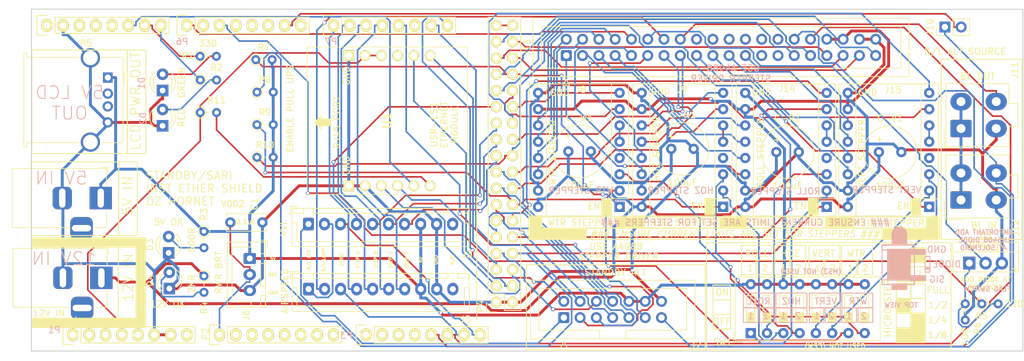
<source format=kicad_pcb>
(kicad_pcb (version 20211014) (generator pcbnew)
  (title_block (date "mar. 31 mars 2015"))
  (layers (0 "F.Cu" signal) (31 "B.Cu" signal) (34 "B.Paste" user) (35 "F.Paste" user) (36 "B.SilkS" user "B.Silkscreen") (37 "F.SilkS" user "F.Silkscreen") (38 "B.Mask" user) (39 "F.Mask" user) (44 "Edge.Cuts" user))
  (net 0 "")
  (net 1 "/RWR_BRT_ANA")
  (net 2 "/SCL")
  (net 3 "/ALT_COIL_C")
  (net 4 "/SDA")
  (net 5 "/ALT_COIL_D")
  (net 6 "/ALT_ENC_A")
  (net 7 "/ALT_COIL_A")
  (net 9 "GNDD")
  (net 10 "/ALT_ENC_B")
  (net 11 "/ALT_COIL_B")
  (net 12 "/VVI_ZERO_DET")
  (net 13 "/VVI_COIL_A")
  (net 14 "/LOWER_OUTPUT_5V")
  (net 15 "/ALT_B{slash}L")
  (net 16 "+5VL")
  (net 17 "/VVI_COIL_B")
  (net 18 "/VVI_COIL_C")
  (net 19 "/VVI_COIL_D")
  (net 20 "/AIR_ZERO_DET")
  (net 21 "/WL_EN")
  (net 22 "/IOREF")
  (net 23 "/Reset")
  (net 24 "+3V3")
  (net 25 "/Vin")
  (net 26 "/WL_STEP")
  (net 27 "/LED_DATA_LOOP_3")
  (net 28 "/LED_DATA_OUT")
  (net 29 "/LED+5V")
  (net 30 "/LED_DATA_LOOP_1")
  (net 31 "/LED_DATA_IN")
  (net 32 "/LED_DATA_LOOP_2")
  (net 36 "/WL_DIR")
  (net 37 "/HOZ_EN")
  (net 38 "/HOZ_STEP")
  (net 39 "/HOZ_DIR")
  (net 40 "/ENCODER_A")
  (net 41 "/TEST_PUSH")
  (net 42 "/ENCODER_B")
  (net 43 "/ENCODER_PUSH")
  (net 44 "/ROLL_ZERO_IR")
  (net 47 "Net-(J8-Pad5)")
  (net 49 "/HOZ_ZERO_IR")
  (net 50 "/VER_ZERO_IR")
  (net 51 "/WL_ZERO_IR")
  (net 52 "SCLK")
  (net 53 "/ROLL_EN")
  (net 54 "/ROLL_STEP")
  (net 55 "/ROLL_DIR")
  (net 56 "/VER_EN")
  (net 59 "Net-(J9-Pad5)")
  (net 62 "/VER_STEP")
  (net 64 "/VER_DIR")
  (net 67 "ES1_RST")
  (net 68 "Net-(P4-Pad35)")
  (net 69 "/AIR_COIL_D")
  (net 70 "/AIR_COIL_C")
  (net 71 "/AIR_COIL_B")
  (net 72 "/AIR_COIL_A")
  (net 73 "/SERVO_PITCH")
  (net 76 "/ALT_B{slash}L_UPPER")
  (net 77 "/ALT_ZERO_DET")
  (net 78 "MISO")
  (net 82 "/HOZ_STEP_V+")
  (net 83 "/ROLL_MS1")
  (net 84 "/ROLL_MS2")
  (net 87 "/ROLL_2B")
  (net 88 "/ROLL_2A")
  (net 90 "/ROLL_1A")
  (net 91 "/ROLL_1B")
  (net 96 "MOSI")
  (net 97 "/GREEN_LED")
  (net 98 "/RED_LED")
  (net 102 "/HOZ_MS1")
  (net 103 "/HOZ_MS2")
  (net 106 "/HOZ_2B")
  (net 107 "/HOZ_2A")
  (net 108 "/HOZ_1A")
  (net 109 "/HOZ_1B")
  (net 110 "/VER_MS1")
  (net 111 "/VER_MS2")
  (net 113 "SS")
  (net 114 "/VER_2B")
  (net 115 "/VER_2A")
  (net 116 "/VER_1A")
  (net 117 "/VER_1B")
  (net 118 "/WL_MS1")
  (net 119 "/WL_MS2")
  (net 121 "Net-(J15-Pad5)")
  (net 122 "/WL_2B")
  (net 123 "/WL_2A")
  (net 124 "/WL_1A")
  (net 125 "/WL_1B")
  (net 126 "Net-(J14-Pad5)")
  (net 129 "Net-(D3-Pad2)")
  (net 130 "Net-(D4-Pad2)")
  (net 131 "Net-(D1-Pad2)")
  (net 132 "Net-(D2-Pad2)")
  (net 134 "Net-(Q1-Pad1)")
  (net 135 "Net-(R11-Pad2)")
  (net 138 "/FLAG_SIG")
  (net 139 "/FLAG_PIN")
  (footprint "Socket_Arduino_Mega:Socket_Strip_Arduino_2x18" (layer "F.Cu") (at 197.358 114.046 90)
    (fp_text reference "P4")
    (fp_text value "Digital" hide)
  )
  (footprint "Socket_Arduino_Mega:Socket_Strip_Arduino_1x08" (layer "F.Cu") (at 131.318 119.126)
    (fp_text reference "P1")
    (fp_text value "Power")
  )
  (footprint "Socket_Arduino_Mega:Socket_Strip_Arduino_1x08" (layer "F.Cu") (at 177.038 119.126)
    (fp_text reference "P3")
    (fp_text value "Analog")
  )
  (footprint "Socket_Arduino_Mega:Socket_Strip_Arduino_1x08" (layer "F.Cu") (at 127.254 70.866)
    (fp_text reference "P5")
    (fp_text value "PWM")
  )
  (footprint "Socket_Arduino_Mega:Socket_Strip_Arduino_1x08" (layer "F.Cu") (at 149.098 70.866)
    (fp_text reference "P6")
    (fp_text value "PWM")
  )
  (footprint "Socket_Arduino_Mega:Socket_Strip_Arduino_1x08" (layer "F.Cu") (at 171.958 70.866)
    (fp_text reference "P7")
    (fp_text value "Communication")
  )
  (footprint "LED_THT:LED_D3.0mm" (layer "F.Cu") (at 145.3 81.025 90)
    (fp_text reference "D1")
    (fp_text value "GREEN")
  )
  (footprint "LED_THT:LED_D3.0mm" (layer "F.Cu") (at 145.3 86.525 90)
    (fp_text reference "D2")
    (fp_text value "RED")
  )
  (footprint "Resistor_THT:R_Axial_DIN0204_L3.6mm_D1.6mm_P2.54mm_Vertical" (layer "F.Cu") (at 151.15 75.68)
    (fp_text reference "R1")
    (fp_text value "330")
  )
  (footprint "Connector_IDC:IDC-Header_2x07_P2.54mm_Vertical" (layer "F.Cu") (at 207.89 116.45 90)
    (fp_text reference "J2")
    (fp_text value "STANDBY ALT")
  )
  (footprint "LED_THT:LED_D3.0mm" (layer "F.Cu") (at 146.35 111.925 90)
    (fp_text reference "D4")
    (fp_text value "LED")
  )
  (footprint "Connector_JST:JST_XH_B10B-XH-A_1x10_P2.50mm_Vertical" (layer "F.Cu") (at 168.054 101.854)
    (fp_text reference "J3")
    (fp_text value "VVI")
  )
  (footprint "Resistor_THT:R_Axial_DIN0204_L3.6mm_D1.6mm_P2.54mm_Vertical" (layer "F.Cu") (at 160.02 86.36)
    (fp_text reference "R9")
    (fp_text value "10K")
  )
  (footprint "Package_TO_SOT_THT:TO-220-3_Vertical" (layer "F.Cu") (at 271.145 107.95)
    (fp_text reference "Q1")
    (fp_text value "IRF540N")
  )
  (footprint "Resistor_THT:R_Axial_DIN0204_L3.6mm_D1.6mm_P2.54mm_Vertical" (layer "F.Cu") (at 273.1 114.3)
    (fp_text reference "R5")
    (fp_text value "220")
  )
  (footprint "PT_Library_v001:PT_R_Axial_DIN0204_L3.6mm_D1.6mm_P2.54mm_Vertical" (layer "F.Cu") (at 151.18 79.375)
    (fp_text reference "R2")
    (fp_text value "330")
  )
  (footprint "Resistor_THT:R_Axial_DIN0204_L3.6mm_D1.6mm_P2.54mm_Vertical" (layer "F.Cu") (at 151.75 109.96 -90)
    (fp_text reference "R4")
    (fp_text value "2000")
  )
  (footprint "Capacitor_THT:C_Radial_D8.0mm_H7.0mm_P3.50mm" (layer "F.Cu") (at 241.0496 90.62)
    (fp_text reference "C-R1")
    (fp_text value "100uF")
  )
  (footprint "Capacitor_THT:C_Radial_D8.0mm_H7.0mm_P3.50mm" (layer "F.Cu") (at 224.6496 90.12)
    (fp_text reference "C-H1")
    (fp_text value "100uF")
  )
  (footprint "Connector_BarrelJack:BarrelJack_Horizontal" (layer "F.Cu") (at 135.65 97.8)
    (fp_text reference "J4")
    (fp_text value "5V IN")
  )
  (footprint "Connector_USB:USB_A_Molex_67643_Horizontal" (layer "F.Cu") (at 136.75 79 -90)
    (fp_text reference "J1")
    (fp_text value "TO LCD")
  )
  (footprint "Connector_Molex:Molex_Mini-Fit_Jr_5566-04A_2x02_P4.20mm_Vertical" (layer "F.Cu") (at 269.85 98.1 90)
    (fp_text reference "J12")
    (fp_text value "BL IN")
  )
  (footprint "Capacitor_THT:C_Radial_D8.0mm_H7.0mm_P3.50mm" (layer "F.Cu") (at 257.0496 90.62)
    (fp_text reference "C-V1")
    (fp_text value "100uF")
  )
  (footprint "Connector_IDC:IDC-Header_2x20_P2.54mm_Vertical" (layer "F.Cu") (at 208.28 75.565 90)
    (fp_text reference "J13")
    (fp_text value "TO SARI PCB")
  )
  (footprint "Resistor_THT:R_Axial_DIN0204_L3.6mm_D1.6mm_P2.54mm_Vertical" (layer "F.Cu") (at 270.51 114.3 -90)
    (fp_text reference "R6")
    (fp_text value "10K")
  )
  (footprint "Socket_Arduino_Mega:Socket_Strip_Arduino_1x08" (layer "F.Cu") (at 154.178 119.126)
    (fp_text reference "P2")
    (fp_text value "Analog")
  )
  (footprint "Module:Pololu_Breakout-16_15.2x20.3mm" (layer "F.Cu") (at 264.8896 99.17 180)
    (fp_text reference "J15")
    (fp_text value "VERT STEPPER")
  )
  (footprint "Resistor_THT:R_Axial_DIN0204_L3.6mm_D1.6mm_P2.54mm_Vertical" (layer "F.Cu") (at 159.8399 76.21)
    (fp_text reference "R7")
    (fp_text value "10K")
  )
  (footprint "Connector_BarrelJack:BarrelJack_Horizontal" (layer "F.Cu") (at 135.75 110.2425)
    (fp_text reference "J7")
    (fp_text value "STEPPER IN 12-20VDC")
  )
  (footprint "MountingHole:MountingHole_2.5mm" (layer "F.Cu") (at 276 118.85)
    (fp_text reference "H2")
    (fp_text value "H2")
  )
  (footprint "Resistor_THT:R_Axial_DIN0204_L3.6mm_D1.6mm_P2.54mm_Vertical" (layer "F.Cu") (at 160.02 81.28)
    (fp_text reference "R8")
    (fp_text value "10K")
  )
  (footprint "Capacitor_THT:C_Disc_D6.0mm_W2.5mm_P5.00mm" (layer "F.Cu") (at 155.869 101.6)
    (fp_text reference "C1")
    (fp_text value "0.1uF")
  )
  (footprint "Resistor_THT:R_Axial_DIN0204_L3.6mm_D1.6mm_P2.54mm_Vertical" (layer "F.Cu") (at 160.02 91.44)
    (fp_text reference "R10")
    (fp_text value "10K")
  )
  (footprint "LED_THT:LED_D3.0mm" (layer "F.Cu") (at 146.25 106.35 90)
    (fp_text reference "D3")
    (fp_text value "LED")
  )
  (footprint "USR-ES1:USRES1" (layer "F.Cu") (at 174.34 95.885 90)
    (fp_text reference "U1")
    (fp_text value "USR-ES1" hide)
  )
  (footprint "MountingHole:MountingHole_2.5mm" (layer "F.Cu") (at 275.9 71.25)
    (fp_text reference "H1")
    (fp_text value "H1")
  )
  (footprint "Resistor_THT:R_Axial_DIN0204_L3.6mm_D1.6mm_P2.54mm_Vertical" (layer "F.Cu") (at 151.75 103.01 -90)
    (fp_text reference "R3")
    (fp_text value "500")
  )
  (footprint "Module:Pololu_Breakout-16_15.2x20.3mm" (layer "F.Cu") (at 232.7396 99.17 180)
    (fp_text reference "J9")
    (fp_text value "HOZ STEPPER")
  )
  (footprint "Connector_JST:JST_XH_B10B-XH-A_1x10_P2.50mm_Vertical" (layer "F.Cu") (at 168.074 111.997)
    (fp_text reference "J5")
    (fp_text value "AIRSPEED")
  )
  (footprint "PT_Library_v001:PT_R_Axial_DIN0204_L3.6mm_D1.6mm_P2.54mm_Vertical" (layer "F.Cu") (at 151.18 84.455)
    (fp_text reference "R11")
    (fp_text value "10K")
  )
  (footprint "Connector_JST:JST_XH_B3B-XH-A_1x03_P2.50mm_Vertical" (layer "F.Cu") (at 158.894 107.228 -90)
    (fp_text reference "J6")
    (fp_text value "RWR BRT")
  )
  (footprint "Button_Switch_THT:SW_DIP_SPSTx08_Slide_9.78x22.5mm_W7.62mm_P2.54mm" (layer "F.Cu") (at 237.05 118.8675 90)
    (fp_text reference "SW1")
    (fp_text value "MICRO STEP")
  )
  (footprint "Module:Pololu_Breakout-16_15.2x20.3mm" (layer "F.Cu") (at 248.8896 99.17 180)
    (fp_text reference "J14")
    (fp_text value "ROLL STEPPER")
  )
  (footprint "Module:Pololu_Breakout-16_15.2x20.3mm" (layer "F.Cu") (at 216.5896 99.17 180)
    (fp_text reference "J8")
    (fp_text value "WTR STEPPER")
  )
  (footprint "Connector_PinHeader_2.54mm:PinHeader_1x02_P2.54mm_Vertical" (layer "F.Cu") (at 267.335 71.12 90)
    (fp_text reference "J10")
    (fp_text value "B/L ALT SOURCE")
  )
  (footprint "Capacitor_THT:C_Radial_D8.0mm_H7.0mm_P3.50mm" (layer "F.Cu") (at 208.5996 90.52)
    (fp_text reference "C-W1")
    (fp_text value "100uF")
  )
  (footprint "Connector_Molex:Molex_Mini-Fit_Jr_5566-04A_2x02_P4.20mm_Vertical" (layer "F.Cu") (at 269.85 86.95 90)
    (fp_text reference "J11")
    (fp_text value "BL OUT")
  )
  (gr_rect (start 240.98 117.2) (end 243.266 114.914) (layer "B.SilkS") (width 0.15) (fill none))
  (gr_rect (start 248.727 117.2) (end 251.013 114.914) (layer "B.SilkS") (width 0.15) (fill none))
  (gr_rect (start 240.98 114.914) (end 245.806 112.628) (layer "B.SilkS") (width 0.15) (fill none))
  (gr_rect (start 251.267 117.2) (end 253.553 114.914) (layer "B.SilkS") (width 0.15) (fill none))
  (gr_rect (start 253.807 117.2) (end 256.093 114.914) (layer "B.SilkS") (width 0.15) (fill none))
  (gr_rect (start 246.187 117.2) (end 248.473 114.914) (layer "B.SilkS") (width 0.15) (fill none))
  (gr_rect (start 243.52 117.2) (end 245.806 114.914) (layer "B.SilkS") (width 0.15) (fill none))
  (gr_rect (start 261.887281 106.567983) (end 264.333887 105.816754) (layer "B.SilkS") (width 0.15) (fill solid))
  (gr_rect (start 257.546045 111.303286) (end 262.532651 110.552057) (layer "B.SilkS") (width 0.15) (fill none))
  (gr_rect (start 238.44 117.2) (end 240.726 114.914) (layer "B.SilkS") (width 0.15) (fill none))
  (gr_rect (start 259.087136 105.068979) (end 261.373136 103.41729) (layer "B.SilkS") (width 0.15) (fill solid))
  (gr_rect (start 264.248771 106.906486) (end 265 109.353092) (layer "B.SilkS") (width 0.15) (fill none))
  (gr_rect (start 257.546225 105.903123) (end 262.532831 105.151894) (layer "B.SilkS") (width 0.15) (fill none))
  (gr_rect (start 235.9 117.2) (end 238.186 114.914) (layer "B.SilkS") (width 0.15) (fill none))
  (gr_rect (start 257.546045 111.303286) (end 262.588218 105.065525) (layer "B.SilkS") (width 0.15) (fill none))
  (gr_rect (start 246.187 114.914) (end 251.013 112.628) (layer "B.SilkS") (width 0.15) (fill none))
  (gr_rect (start 264.248771 108.608685) (end 265 108.919082) (layer "B.SilkS") (width 0.15) (fill solid))
  (gr_rect (start 259.092755 112.057397) (end 261.378755 111.191645) (layer "B.SilkS") (width 0.15) (fill solid))
  (gr_rect (start 251.267 114.914) (end 256.093 112.628) (layer "B.SilkS") (width 0.15) (fill none))
  (gr_circle (center 260.230136 103.41729) (end 259.087136 103.41729) (layer "B.SilkS") (width 0.15) (fill solid))
  (gr_rect (start 235.9 114.914) (end 240.726 112.628) (layer "B.SilkS") (width 0.15) (fill none))
  (gr_rect (start 258.388528 110.612205) (end 261.944528 105.786205) (layer "B.SilkS") (width 0.15) (fill solid))
  (gr_rect (start 261.8795 110.650246) (end 264.326106 109.899017) (layer "B.SilkS") (width 0.15) (fill solid))
  (gr_rect (start 139.8 74.707) (end 142.7 90.85) (layer "F.SilkS") (width 0.15) (fill none))
  (gr_rect (start 259.75 118.057) (end 262.036 120.343) (layer "F.SilkS") (width 0.15) (fill solid))
  (gr_rect (start 246.137 105.178) (end 250.963 107.464) (layer "F.SilkS") (width 0.15) (fill none))
  (gr_rect (start 229.913183 97.869449) (end 231.294794 100.397165) (layer "F.SilkS") (width 0.15) (fill solid))
  (gr_rect (start 231.16449 111.38495) (end 233.894253 113.67095) (layer "F.SilkS") (width 0.15) (fill none))
  (gr_rect (start 259.75 113.457) (end 262.036 115.743) (layer "F.SilkS") (width 0.15) (fill solid))
  (gr_rect (start 246.137 107.464) (end 248.423 109.75) (layer "F.SilkS") (width 0.15) (fill none))
  (gr_rect (start 248.725 100.85) (end 253.075 102.443) (layer "F.SilkS") (width 0.15) (fill solid))
  (gr_line (start 194.31 116.84) (end 194.31 97.536) (layer "F.SilkS") (width 0.15))
  (gr_rect (start 262.057 108.521) (end 264.343 110.807) (layer "F.SilkS") (width 0.15) (fill none))
  (gr_rect (start 240.803 105.178) (end 245.629 107.464) (layer "F.SilkS") (width 0.15) (fill none))
  (gr_rect (start 251.217 105.178) (end 256.043 107.464) (layer "F.SilkS") (width 0.15) (fill none))
  (gr_rect (start 257.5 102.557) (end 266.45 104.15) (layer "F.SilkS") (width 0.15) (fill solid))
  (gr_rect (start 262.014 113.457) (end 264.3 115.743) (layer "F.SilkS") (width 0.15) (fill none))
  (gr_rect (start 243.343 107.464) (end 245.629 109.75) (layer "F.SilkS") (width 0.15) (fill none))
  (gr_rect (start 124.8 92.157) (end 138.45 103.65) (layer "F.SilkS") (width 0.15) (fill none))
  (gr_rect (start 248.677 107.464) (end 250.963 109.75) (layer "F.SilkS") (width 0.15) (fill none))
  (gr_rect (start 231.166091 111.364) (end 233.892106 118.25) (layer "F.SilkS") (width 0.15) (fill none))
  (gr_rect (start 262.014 115.757) (end 264.3 118.043) (layer "F.SilkS") (width 0.15) (fill solid))
  (gr_rect (start 259.757 108.521) (end 262.043 110.807) (layer "F.SilkS") (width 0.15) (fill none))
  (gr_rect (start 202.05 108.2) (end 229.95 121.5) (layer "F.SilkS") (width 0.15) (fill none))
  (gr_rect (start 266.751475 76.15) (end 279.35 104.25) (layer "F.SilkS") (width 0.15) (fill none))
  (gr_rect (start 235.596 107.464) (end 237.882 109.75) (layer "F.SilkS") (width 0.15) (fill none))
  (gr_rect (start 202.45 102.5) (end 266.45 104.25) (layer "F.SilkS") (width 0.15) (fill none))
  (gr_rect (start 138.4 104.007) (end 141.3 117.9) (layer "F.SilkS") (width 0.15) (fill none))
  (gr_rect (start 259.75 111.15) (end 262.036 113.436) (layer "F.SilkS") (width 0.15) (fill none))
  (gr_rect (start 251.217 107.464) (end 253.503 109.75) (layer "F.SilkS") (width 0.15) (fill none))
  (gr_rect (start 246.046039 97.839518) (end 247.42765 100.367234) (layer "F.SilkS") (width 0.15) (fill solid))
  (gr_rect (start 230.15 104.757) (end 268.3 121.5) (layer "F.SilkS") (width 0.15) (fill none))
  (gr_rect (start 231.166091 115.95) (end 233.9 118.236) (layer "F.SilkS") (width 0.15) (fill none))
  (gr_rect (start 262.1 105.557) (end 264.386 107.843) (layer "F.SilkS") (width 0.15) (fill solid))
  (gr_rect (start 232.125 100.85) (end 236.475 102.443) (layer "F.SilkS") (width 0.15) (fill solid))
  (gr_rect (start 213.793146 97.9) (end 215.174757 100.427716) (layer "F.SilkS") (width 0.15) (fill solid))
  (gr_rect (start 253.757 107.464) (end 256.043 109.75) (layer "F.SilkS") (width 0.15) (fill none))
  (gr_rect (start 240.803 107.464) (end 243.089 109.75) (layer "F.SilkS") (width 0.15) (fill none))
  (gr_rect (start 235.596 105.178) (end 240.422 107.464) (layer "F.SilkS") (width 0.15) (fill none))
  (gr_rect (start 202.45 102.557) (end 211.4 104.15) (layer "F.SilkS") (width 0.15) (fill solid))
  (gr_rect (start 124.9 116.55) (end 142.6 117.993) (layer "F.SilkS") (width 0.15) (fill solid))
  (gr_rect (start 259.75 115.757) (end 262.036 118.043) (layer "F.SilkS") (width 0.15) (fill none))
  (gr_rect (start 238.136 107.464) (end 240.422 109.75) (layer "F.SilkS") (width 0.15) (fill none))
  (gr_rect (start 124.9 104.0035) (end 142.65 105.4465) (layer "F.SilkS") (width 0.15) (fill solid))
  (gr_rect (start 141.1785 117.9) (end 142.6215 104) (layer "F.SilkS") (width 0.15) (fill solid))
  (gr_rect (start 124.9 74.707) (end 139.8 90.85) (layer "F.SilkS") (width 0.15) (fill none))
  (gr_rect (start 202.525 100.807) (end 204.475 102.4) (layer "F.SilkS") (width 0.15) (fill solid))
  (gr_poly (pts (xy 170 85.5) (xy 171.5 85.5) (xy 171.5 86.5) (xy 170 86.5) (xy 170 87) (xy 169 86) (xy 170 85)) (layer "F.SilkS") (width 0.15) (fill solid))
  (gr_rect (start 262.014 111.15) (end 264.3 113.436) (layer "F.SilkS") (width 0.15) (fill none))
  (gr_rect (start 138.45 92.157) (end 141.35 103.65) (layer "F.SilkS") (width 0.15) (fill none))
  (gr_rect (start 262.0381 97.864288) (end 263.419711 100.392004) (layer "F.SilkS") (width 0.15) (fill solid))
  (gr_rect (start 264.45 100.7535) (end 266.4 102.3465) (layer "F.SilkS") (width 0.15) (fill solid))
  (gr_rect (start 262.014 118.057) (end 264.3 120.343) (layer "F.SilkS") (width 0.15) (fill solid))
  (gr_rect (start 202.45 100.75) (end 266.45 102.5) (layer "F.SilkS") (width 0.15) (fill none))
  (gr_rect (start 216.175 100.807) (end 220.525 102.4) (layer "F.SilkS") (width 0.15) (fill solid))
  (gr_line (start 124.841 121.666) (end 279.5 121.666) (layer "Edge.Cuts") (width 0.15))
  (gr_line (start 124.841 68.326) (end 279.5 68.35) (layer "Edge.Cuts") (width 0.15))
  (gr_line (start 279.5 121.666) (end 279.5 68.35) (layer "Edge.Cuts") (width 0.15))
  (gr_line (start 124.841 68.326) (end 124.841 121.666) (layer "Edge.Cuts") (width 0.15))
  (gr_text "WTR" (at 253.807 113.898) (layer "B.SilkS") (effects (font (size 1 1)) (justify mirror)))
  (gr_text "GND" (at 266.065 105.816754) (layer "B.SilkS") (effects (font (size 1 1)) (justify mirror)))
  (gr_text "SIG" (at 266.124386 110.49) (layer "B.SilkS") (effects (font (size 1 1)) (justify mirror)))
  (gr_text "2" (at 244.409 116.184) (layer "B.SilkS") (effects (font (size 1 1)) (justify mirror)))
  (gr_text "2" (at 239.329 116.184) (layer "B.SilkS") (effects (font (size 1 1)) (justify mirror)))
  (gr_text "USE A4988 \nSTEPPER DRIVER" (at 233.95 78.35) (layer "B.SilkS") (effects (font (size 1 1)) (justify mirror)))
  (gr_text "DIODE" (at 267.624386 108.110246) (layer "B.SilkS") (effects (font (size 1 1)) (justify mirror)))
  (gr_text "2" (at 254.696 116.184) (layer "B.SilkS") (effects (font (size 1 1)) (justify mirror)))
  (gr_text "HOZ STEPPER" (at 226.1 96.62) (layer "B.SilkS") (effects (font (size 1 1)) (justify mirror)))
  (gr_text "### ENSURE CURRENT LIMITS ARE SET FOR STEPPERS ###" (at 236.22 101.6) (layer "B.SilkS") (effects (font (size 1 1)) (justify mirror)))
  (gr_text "1" (at 242.123 116.184) (layer "B.SilkS") (effects (font (size 1 1)) (justify mirror)))
  (gr_text "TOP VIEW" (at 260.5 114.5) (layer "B.SilkS") (effects (font (size 0.75 0.75)) (justify mirror)))
  (gr_text "12V IN" (at 129.9 107.25) (layer "B.SilkS") (effects (font (size 2 2)) (justify mirror)))
  (gr_text "WTR STEPPER" (at 210.6 96.62) (layer "B.SilkS") (effects (font (size 1 1)) (justify mirror)))
  (gr_text "5V LCD\nOUT" (at 130.8 82.95) (layer "B.SilkS") (effects (font (size 2 2)) (justify mirror)))
  (gr_text "VERT" (at 248.727 113.898) (layer "B.SilkS") (effects (font (size 1 1)) (justify mirror)))
  (gr_text "1" (at 247.33 116.184) (layer "B.SilkS") (effects (font (size 1 1)) (justify mirror)))
  (gr_text "HOZ" (at 243.393 113.898) (layer "B.SilkS") (effects (font (size 1 1)) (justify mirror)))
  (gr_text "FLAG SWITCH" (at 274 112) (layer "B.SilkS") (effects (font (size 0.75 0.75)) (justify mirror)))
  (gr_text "IMPORTANT ADD\n1N5408 DIODE \nAT SOLENOID" (at 273.331806 104.339628) (layer "B.SilkS") (effects (font (size 0.75 0.75)) (justify mirror)))
  (gr_text "1" (at 252.41 116.184) (layer "B.SilkS") (effects (font (size 1 1)) (justify mirror)))
  (gr_text "2" (at 249.616 116.184) (layer "B.SilkS") (effects (font (size 1 1)) (justify mirror)))
  (gr_text "(MS3) NOT USED" (at 246.45 109.25) (layer "B.SilkS") (effects (font (size 0.75 0.75)) (justify mirror)))
  (gr_text "1" (at 237.043 116.184) (layer "B.SilkS") (effects (font (size 1 1)) (justify mirror)))
  (gr_text "ROLL STEPPER" (at 242.45 96.72) (layer "B.SilkS") (effects (font (size 1 1)) (justify mirror)))
  (gr_text "5V IN" (at 129.5 94.7) (layer "B.SilkS") (effects (font (size 2 2)) (justify mirror)))
  (gr_text "ROLL" (at 238.313 113.898) (layer "B.SilkS") (effects (font (size 1 1)) (justify mirror)))
  (gr_text "VERT STEPPER" (at 258.25 96.52) (layer "B.SilkS") (effects (font (size 1 1)) (justify mirror)))
  (gr_text "B/L LOOP" (at 170.434 107.442 90) (layer "F.SilkS") (effects (font (size 0.5 0.5) (thickness 0.125))))
  (gr_text "FULL" (at 266.25 112.15) (layer "F.SilkS") (effects (font (size 1 1))))
  (gr_text "GND" (at 238.76 81.28) (layer "F.SilkS") (effects (font (size 1 1))))
  (gr_text "2" (at 254.9 108.734) (layer "F.SilkS") (effects (font (size 1 1))))
  (gr_text "VERT" (at 248.423 106.448) (layer "F.SilkS") (effects (font (size 1 1))))
  (gr_text "2" (at 263.283 109.691) (layer "F.SilkS") (effects (font (size 1 1))))
  (gr_text "ENABLE PULL UPS" (at 165.204 83.82 90) (layer "F.SilkS") (effects (font (size 1 1))))
  (gr_text "GND" (at 173.99 92.71 90) (layer "F.SilkS") (effects (font (size 1 1))))
  (gr_text "ROLL STEPPER" (at 238.605619 90.77 90) (layer "F.SilkS") (effects (font (size 1 1))))
  (gr_text "12V IN" (at 139.95 110.2 90) (layer "F.SilkS") (effects (font (size 1.5 1.5))))
  (gr_text "HOZ" (at 243.216 106.448) (layer "F.SilkS") (effects (font (size 1 1))))
  (gr_text "5V IN" (at 139.85 97.4 90) (layer "F.SilkS") (effects (font (size 1.5 1.5))))
  (gr_text "2KR" (at 149.85 111.18 90) (layer "F.SilkS") (effects (font (size 1 1))))
  (gr_text "(MS3) NOT USED" (at 250.2 120.9) (layer "F.SilkS") (effects (font (size 0.75 0.75))))
  (gr_text "ZERO" (at 173.228 107.442 90) (layer "F.SilkS") (effects (font (size 0.5 0.5) (thickness 0.125))))
  (gr_text "GND" (at 162.495995 112.570263) (layer "F.SilkS") (effects (font (size 0.5 0.5) (thickness 0.125))))
  (gr_text "+" (at 257.049619 88.62 90) (layer "F.SilkS") (effects (font (size 1 1))))
  (gr_text "EN" (at 212.591154 99.079707) (layer "F.SilkS") (effects (font (size 1 1))))
  (gr_text "1" (at 236.993 108.734) (layer "F.SilkS") (effects (font (size 1 1))))
  (gr_text "WTR" (at 253.503 106.448) (layer "F.SilkS") (effects (font (size 1 1))))
  (gr_text "+" (at 208.499619 88.12 90) (layer "F.SilkS") (effects (font (size 1 1))))
  (gr_text "ON" (at 260.8 106.7) (layer "F.SilkS") (effects (font (size 1 1))))
  (gr_text "1" (at 247.534 108.734) (layer "F.SilkS") (effects (font (size 1 1))))
  (gr_text "STEP C" (at 180.848 107.442 90) (layer "F.SilkS") (effects (font (size 0.5 0.5) (thickness 0.125))))
  (gr_text "ADD DIODE AT\nSOLENOID" (at 273.685 111.125) (layer "F.SilkS") (effects (font (size 0.75 0.75))))
  (gr_text "12V IN" (at 127.55 115.75) (layer "F.SilkS") (effects (font (size 1 1))))
  (gr_text "GND" (at 207.243966 81.352553) (layer "F.SilkS") (effects (font (size 1 1))))
  (gr_text "1" (at 252.614 108.734) (layer "F.SilkS") (effects (font (size 1 1))))
  (gr_text "+" (at 278.22516 108.755222) (layer "F.SilkS") (effects (font (size 1 1))))
  (gr_text "EN" (at 260.836108 99.043995) (layer "F.SilkS") (effects (font (size 1 1))))
  (gr_text "+" (at 224.549619 88.17 90) (layer "F.SilkS") (effects (font (size 1 1))))
  (gr_text "### ENSURE CURRENT LIMITS ARE SET FOR STEPPERS ###" (at 234.6 103.4) (layer "F.SilkS") (effects (font (size 1 1) (thickness 0.15) italic)))
  (gr_text "N/C" (at 190.5 107.442 90) (layer "F.SilkS") (effects (font (size 0.5 0.5) (thickness 0.125))))
  (gr_text "1" (at 131.318 116.586 90) (layer "F.SilkS") (effects (font (size 1 1))))
  (gr_text "BRT" (at 162.495995 109.776263) (layer "F.SilkS") (effects (font (size 0.5 0.5) (thickness 0.125))))
  (gr_text "2" (at 239.279 108.734) (layer "F.SilkS") (effects (font (size 1 1))))
  (gr_text "ON" (at 232.608253 112.47095) (layer "F.SilkS") (effects (font (size 1 1))))
  (gr_text "STANDBY/SARI\nINST ETHER SHIELD \nOZ HORNET" (at 142.6 96.3) (layer "F.SilkS") (effects (font (size 1.25 1.25)) (justify left)))
  (gr_text "GND" (at 222.957787 81.172967) (layer "F.SilkS") (effects (font (size 1 1))))
  (gr_text "1/2" (at 266.25 114.5) (layer "F.SilkS") (effects (font (size 1 1))))
  (gr_text "GND" (at 173.99 78.74 90) (layer "F.SilkS") (effects (font (size 1 1))))
  (gr_text "1/8" (at 266.2 119.2) (layer "F.SilkS") (effects (font (size 1 1))))
  (gr_text "5V" (at 185.674 107.442 90) (layer "F.SilkS") (effects (font (size 0.5 0.5) (thickness 0.125))))
  (gr_text "STEP D" (at 183.388 107.442 90) (layer "F.SilkS") (effects (font (size 0.5 0.5) (thickness 0.125))))
  (gr_text "LCD PWR OUT" (at 141.1 82.65 90) (layer "F.SilkS") (effects (font (size 1.5 1.5))))
  (gr_text "HOZ STEPPER" (at 222.355619 90.12 90) (layer "F.SilkS") (effects (font (size 1 1))))
  (gr_text "OFF" (at 232.529127 117.049332) (layer "F.SilkS") (effects (font (size 1 1))))
  (gr_text "USE A4988 \nSTEPPER DRIVER" (at 216.35 106.15) (layer "F.SilkS") (effects (font (size 1 1) (thickness 0.15) italic)))
  (gr_text "V002\n" (at 156.25 98.7) (layer "F.SilkS") (effects (font (size 1 1))))
  (gr_text "1" (at 242.2 108.734) (layer "F.SilkS") (effects (font (size 1 1))))
  (gr_text "2" (at 244.486 108.734) (layer "F.SilkS") (effects (font (size 1 1))))
  (gr_text "EN" (at 228.711191 99.049156) (layer "F.SilkS") (effects (font (size 1 1))))
  (gr_text "2" (at 249.82 108.734) (layer "F.SilkS") (effects (font (size 1 1))))
  (gr_text "VERT STEPPER" (at 254.405619 90.87 90) (layer "F.SilkS") (effects (font (size 1 1))))
  (gr_text "GND" (at 255.27 81.32) (layer "F.SilkS") (effects (font (size 1 1))))
  (gr_text "5V OK" (at 146.25 101.55) (layer "F.SilkS") (effects (font (size 1 1))))
  (gr_text "5V" (at 162.495995 107.236263) (layer "F.SilkS") (effects (font (size 0.5 0.5) (thickness 0.125))))
  (gr_text "B/L LED" (at 168.148 107.442 90) (layer "F.SilkS") (effects (font (size 0.5 0.5) (thickness 0.125))))
  (gr_text "1/4" (at 266.2 116.8) (layer "F.SilkS") (effects (font (size 1 1))))
  (gr_text "STEP B" (at 178.562 107.442 90) (layer "F.SilkS") (effects (font (size 0.5 0.5) (thickness 0.125))))
  (gr_text "500R" (at 149.85 104.33 90) (layer "F.SilkS") (effects (font (size 1 1))))
  (gr_text "1" (at 260.997 109.691) (layer "F.SilkS") (effects (font (size 1 1))))
  (gr_text "EN" (at 244.844047 99.019225) (layer "F.SilkS") (effects (font (size 1 1))))
  (gr_text "+" (at 241.099619 88.72 90) (layer "F.SilkS") (effects (font (size 1 1))))
  (gr_text "GND" (at 187.96 107.442 90) (layer "F.SilkS") (effects (font (size 0.5 0.5) (thickness 0.125))))
  (gr_text "ROLL" (at 238.009 106.448) (layer "F.SilkS") (effects (font (size 1 1))))
  (gr_text "RJ45 PORT" (at 172.5 86 90) (layer "F.SilkS") (effects (font (size 1 1))))
  (gr_text "12V OK" (at 146.15 114.35) (layer "F.SilkS") (effects (font (size 1 1))))
  (gr_text "USR-ES1\nETHERNET\nMODULE" (at 189.23 86.36 90) (layer "F.SilkS") (effects (font (size 1 1))))
  (gr_text "STEP A" (at 175.768 107.442 90) (layer "F.SilkS") (effects (font (size 0.5 0.5) (thickness 0.125))))
  (gr_text "WTR STEPPER" (at 206.155619 90.67 90) (layer "F.SilkS") (effects (font (size 1 1))))
  (segment (start 158.894 109.728) (end 158.894 108.5527) (width 0.25) (layer "F.Cu") (net 1))
  (segment (start 158.0125 108.5527) (end 155.869 106.4092) (width 0.25) (layer "F.Cu") (net 1))
  (segment (start 158.894 108.5527) (end 158.0125 108.5527) (width 0.25) (layer "F.Cu") (net 1))
  (segment (start 155.869 106.4092) (end 155.869 101.6) (width 0.25) (layer "F.Cu") (net 1))
  (segment (start 158.894 109.728) (end 158.894 110.9033) (width 0.25) (layer "B.Cu") (net 1))
  (segment (start 158.3798 110.9033) (end 154.178 115.1051) (width 0.25) (layer "B.Cu") (net 1))
  (segment (start 158.894 110.9033) (end 158.3798 110.9033) (width 0.25) (layer "B.Cu") (net 1))
  (segment (start 154.178 115.1051) (end 154.178 119.126) (width 0.25) (layer "B.Cu") (net 1))
  (segment (start 203.2143 110.864) (end 202.5863 110.236) (width 0.25) (layer "F.Cu") (net 2))
  (segment (start 202.5863 110.236) (end 196.9385 110.236) (width 0.25) (layer "F.Cu") (net 2))
  (segment (start 196.9385 110.236) (end 193.6784 106.9759) (width 0.25) (layer "F.Cu") (net 2))
  (segment (start 193.6784 106.9759) (end 193.6784 105.9278) (width 0.25) (layer "F.Cu") (net 2))
  (via (at 203.2143 110.864) (size 0.6) (drill 0.4) (layers "F.Cu" "B.Cu") (net 2))
  (via (at 193.6784 105.9278) (size 0.6) (drill 0.4) (layers "F.Cu" "B.Cu") (net 2))
  (segment (start 185.847 76.4994) (end 185.847 70.3449) (width 0.25) (layer "B.Cu") (net 2))
  (segment (start 186.6881 69.5038) (end 188.3758 69.5038) (width 0.25) (layer "B.Cu") (net 2))
  (segment (start 188.3758 69.5038) (end 189.738 70.866) (width 0.25) (layer "B.Cu") (net 2))
  (segment (start 193.6784 105.9278) (end 193.2782 105.5276) (width 0.25) (layer "B.Cu") (net 2))
  (segment (start 185.847 70.3449) (end 186.6881 69.5038) (width 0.25) (layer "B.Cu") (net 2))
  (segment (start 204.844 110.864) (end 203.2143 110.864) (width 0.25) (layer "B.Cu") (net 2))
  (segment (start 193.2782 105.5276) (end 193.2782 83.9306) (width 0.25) (layer "B.Cu") (net 2))
  (segment (start 207.89 113.91) (end 204.844 110.864) (width 0.25) (layer "B.Cu") (net 2))
  (segment (start 193.2782 83.9306) (end 185.847 76.4994) (width 0.25) (layer "B.Cu") (net 2))
  (segment (start 219.4146 116.8038) (end 219.4146 115.9436) (width 0.25) (layer "F.Cu") (net 3))
  (segment (start 210.43 116.45) (end 211.658 117.678) (width 0.25) (layer "F.Cu") (net 3))
  (segment (start 211.658 117.678) (end 218.5404 117.678) (width 0.25) (layer "F.Cu") (net 3))
  (segment (start 221.7986 113.453) (end 219.9513 111.6057) (width 0.25) (layer "F.Cu") (net 3))
  (segment (start 220.0836 115.2746) (end 220.8897 115.2746) (width 0.25) (layer "F.Cu") (net 3))
  (segment (start 220.8897 115.2746) (end 221.7986 114.3657) (width 0.25) (layer "F.Cu") (net 3))
  (segment (start 219.4146 115.9436) (end 220.0836 115.2746) (width 0.25) (layer "F.Cu") (net 3))
  (segment (start 221.7986 114.3657) (end 221.7986 113.453) (width 0.25) (layer "F.Cu") (net 3))
  (segment (start 219.9513 111.6057) (end 215.0286 111.6057) (width 0.25) (layer "F.Cu") (net 3))
  (segment (start 218.5404 117.678) (end 219.4146 116.8038) (width 0.25) (layer "F.Cu") (net 3))
  (via (at 215.0286 111.6057) (size 0.6) (drill 0.4) (layers "F.Cu" "B.Cu") (net 3))
  (segment (start 197.358 93.726) (end 198.5469 93.726) (width 0.25) (layer "B.Cu") (net 3))
  (segment (start 201.5685 96.2416) (end 200.2418 94.9149) (width 0.25) (layer "B.Cu") (net 3))
  (segment (start 201.5685 98.7769) (end 201.5685 96.2416) (width 0.25) (layer "B.Cu") (net 3))
  (segment (start 215.0286 111.6057) (end 214.3973 111.6057) (width 0.25) (layer "B.Cu") (net 3))
  (segment (start 198.5469 94.0976) (end 198.5469 93.726) (width 0.25) (layer "B.Cu") (net 3))
  (segment (start 199.3642 94.9149) (end 198.5469 94.0976) (width 0.25) (layer "B.Cu") (net 3))
  (segment (start 200.2418 94.9149) (end 199.3642 94.9149) (width 0.25) (layer "B.Cu") (net 3))
  (segment (start 214.3973 111.6057) (end 201.5685 98.7769) (width 0.25) (layer "B.Cu") (net 3))
  (segment (start 194.1788 102.4074) (end 194.1788 77.8468) (width 0.25) (layer "B.Cu") (net 4))
  (segment (start 196.9274 105.156) (end 194.1788 102.4074) (width 0.25) (layer "B.Cu") (net 4))
  (segment (start 201.676 105.156) (end 196.9274 105.156) (width 0.25) (layer "B.Cu") (net 4))
  (segment (start 210.43 113.91) (end 201.676 105.156) (width 0.25) (layer "B.Cu") (net 4))
  (segment (start 187.198 70.866) (end 188.3869 70.866) (width 0.25) (layer "B.Cu") (net 4))
  (segment (start 188.3869 72.0549) (end 188.3869 70.866) (width 0.25) (layer "B.Cu") (net 4))
  (segment (start 194.1788 77.8468) (end 188.3869 72.0549) (width 0.25) (layer "B.Cu") (net 4))
  (segment (start 198.5469 96.5963) (end 198.5469 96.266) (width 0.25) (layer "B.Cu") (net 5))
  (segment (start 200.2931 97.4549) (end 199.4055 97.4549) (width 0.25) (layer "B.Cu") (net 5))
  (segment (start 218.5013 117.661) (end 219.2547 116.9076) (width 0.25) (layer "B.Cu") (net 5))
  (segment (start 214.181 117.661) (end 218.5013 117.661) (width 0.25) (layer "B.Cu") (net 5))
  (segment (start 216.0815 112.7346) (end 214.8893 112.7346) (width 0.25) (layer "B.Cu") (net 5))
  (segment (start 218.4594 115.18) (end 217.6406 115.18) (width 0.25) (layer "B.Cu") (net 5))
  (segment (start 214.8893 112.7346) (end 201.0869 98.9322) (width 0.25) (layer "B.Cu") (net 5))
  (segment (start 219.2547 115.9753) (end 218.4594 115.18) (width 0.25) (layer "B.Cu") (net 5))
  (segment (start 217.6406 115.18) (end 216.78 114.3194) (width 0.25) (layer "B.Cu") (net 5))
  (segment (start 212.97 116.45) (end 214.181 117.661) (width 0.25) (layer "B.Cu") (net 5))
  (segment (start 216.78 113.4331) (end 216.0815 112.7346) (width 0.25) (layer "B.Cu") (net 5))
  (segment (start 201.0869 98.9322) (end 201.0869 98.2487) (width 0.25) (layer "B.Cu") (net 5))
  (segment (start 219.2547 116.9076) (end 219.2547 115.9753) (width 0.25) (layer "B.Cu") (net 5))
  (segment (start 199.4055 97.4549) (end 198.5469 96.5963) (width 0.25) (layer "B.Cu") (net 5))
  (segment (start 197.358 96.266) (end 198.5469 96.266) (width 0.25) (layer "B.Cu") (net 5))
  (segment (start 216.78 114.3194) (end 216.78 113.4331) (width 0.25) (layer "B.Cu") (net 5))
  (segment (start 201.0869 98.2487) (end 200.2931 97.4549) (width 0.25) (layer "B.Cu") (net 5))
  (segment (start 211.7286 115.1514) (end 206.2062 115.1514) (width 0.25) (layer "F.Cu") (net 6))
  (segment (start 212.97 113.91) (end 211.7286 115.1514) (width 0.25) (layer "F.Cu") (net 6))
  (via (at 206.2062 115.1514) (size 0.6) (drill 0.4) (layers "F.Cu" "B.Cu") (net 6))
  (segment (start 198.5469 106.7976) (end 198.5469 106.426) (width 0.25) (layer "B.Cu") (net 6))
  (segment (start 206.2062 115.1514) (end 201.7497 110.6949) (width 0.25) (layer "B.Cu") (net 6))
  (segment (start 201.7497 109.0548) (end 200.3098 107.6149) (width 0.25) (layer "B.Cu") (net 6))
  (segment (start 200.3098 107.6149) (end 199.3642 107.6149) (width 0.25) (layer "B.Cu") (net 6))
  (segment (start 201.7497 110.6949) (end 201.7497 109.0548) (width 0.25) (layer "B.Cu") (net 6))
  (segment (start 199.3642 107.6149) (end 198.5469 106.7976) (width 0.25) (layer "B.Cu") (net 6))
  (segment (start 197.358 106.426) (end 198.5469 106.426) (width 0.25) (layer "B.Cu") (net 6))
  (segment (start 199.3837 102.535) (end 198.5469 101.6982) (width 0.25) (layer "F.Cu") (net 7))
  (segment (start 198.5469 100.8122) (end 197.7296 99.9949) (width 0.25) (layer "F.Cu") (net 7))
  (segment (start 201.4213 103.1651) (end 200.7912 102.535) (width 0.25) (layer "F.Cu") (net 7))
  (segment (start 197.358 98.806) (end 197.358 99.9949) (width 0.25) (layer "F.Cu") (net 7))
  (segment (start 197.7296 99.9949) (end 197.358 99.9949) (width 0.25) (layer "F.Cu") (net 7))
  (segment (start 198.5469 101.6982) (end 198.5469 100.8122) (width 0.25) (layer "F.Cu") (net 7))
  (segment (start 200.7912 102.535) (end 199.3837 102.535) (width 0.25) (layer "F.Cu") (net 7))
  (via (at 201.4213 103.1651) (size 0.6) (drill 0.4) (layers "F.Cu" "B.Cu") (net 7))
  (segment (start 211.7 114.341) (end 211.7 113.4438) (width 0.25) (layer "B.Cu") (net 7))
  (segment (start 212.4444 115.0854) (end 211.7 114.341) (width 0.25) (layer "B.Cu") (net 7))
  (segment (start 215.51 116.45) (end 214.1454 115.0854) (width 0.25) (layer "B.Cu") (net 7))
  (segment (start 211.7 113.4438) (end 201.4213 103.1651) (width 0.25) (layer "B.Cu") (net 7))
  (segment (start 214.1454 115.0854) (end 212.4444 115.0854) (width 0.25) (layer "B.Cu") (net 7))
  (segment (start 253.4149 81.39) (end 257.8441 76.9608) (width 0.45) (layer "F.Cu") (net 9))
  (segment (start 156.6296 111.3639) (end 148.2364 111.3639) (width 0.45) (layer "F.Cu") (net 9))
  (segment (start 275.35 88.7253) (end 273.2285 90.8468) (width 0.45) (layer "F.Cu") (net 9))
  (segment (start 203.8896 81.39) (end 205.1149 81.39) (width 0.45) (layer "F.Cu") (net 9))
  (segment (start 260.8896 90.28) (end 272.6617 90.28) (width 0.45) (layer "F.Cu") (net 9))
  (segment (start 274.9616 96.3247) (end 275.35 96.3247) (width 0.45) (layer "F.Cu") (net 9))
  (segment (start 257.8441 76.9608) (end 257.8441 74.3291) (width 0.45) (layer "F.Cu") (net 9))
  (segment (start 218.3463 108.945) (end 218.5202 109.1189) (width 0.45) (layer "F.Cu") (net 9))
  (segment (start 136.75 86) (end 143.4497 86) (width 0.45) (layer "F.Cu") (net 9))
  (segment (start 143.4497 86) (end 143.4497 83.9455) (width 0.45) (layer "F.Cu") (net 9))
  (segment (start 275.35 98.1) (end 275.35 96.3247) (width 0.45) (layer "F.Cu") (net 9))
  (segment (start 218.5202 109.1189) (end 218.5202 109.3002) (width 0.45) (layer "F.Cu") (net 9))
  (segment (start 272.6617 90.28) (end 273.2285 90.8468) (width 0.45) (layer "F.Cu") (net 9))
  (segment (start 215.107 109.2476) (end 215.4096 108.945) (width 0.45) (layer "F.Cu") (net 9))
  (segment (start 176.88 95.885) (end 174.34 95.885) (width 0.45) (layer "F.Cu") (net 9))
  (segment (start 217.5373 80.113) (end 206.3919 80.113) (width 0.45) (layer "F.Cu") (net 9))
  (segment (start 146.35 111.925) (end 147.6753 111.925) (width 0.45) (layer "F.Cu") (net 9))
  (segment (start 215.4096 108.945) (end 218.3463 108.945) (width 0.45) (layer "F.Cu") (net 9))
  (segment (start 218.5202 109.3002) (end 223.13 113.91) (width 0.45) (layer "F.Cu") (net 9))
  (segment (start 238.5396 96.63) (end 236.1896 96.63) (width 0.45) (layer "F.Cu") (net 9))
  (segment (start 273.2285 94.5916) (end 274.9616 96.3247) (width 0.45) (layer "F.Cu") (net 9))
  (segment (start 157.4937 112.228) (end 156.6296 111.3639) (width 0.45) (layer "F.Cu") (net 9))
  (segment (start 252.1896 81.39) (end 253.4149 81.39) (width 0.45) (layer "F.Cu") (net 9))
  (segment (start 257.8441 74.3291) (end 256.54 73.025) (width 0.45) (layer "F.Cu") (net 9))
  (segment (start 174.34 95.885) (end 166.584 95.885) (width 0.45) (layer "F.Cu") (net 9))
  (segment (start 146.558 119.126) (end 144.018 119.126) (width 0.45) (layer "F.Cu") (net 9))
  (segment (start 218.5202 109.1189) (end 218.5512 109.0879) (width 0.45) (layer "F.Cu") (net 9))
  (segment (start 201.1869 114.046) (end 205.9853 109.2476) (width 0.45) (layer "F.Cu") (net 9))
  (segment (start 205.9853 109.2476) (end 215.107 109.2476) (width 0.45) (layer "F.Cu") (net 9))
  (segment (start 145.3 86.525) (end 143.9747 86.525) (width 0.45) (layer "F.Cu") (net 9))
  (segment (start 148.2364 111.3639) (end 147.6753 111.925) (width 0.45) (layer "F.Cu") (net 9))
  (segment (start 166.584 95.885) (end 160.869 101.6) (width 0.45) (layer "F.Cu") (net 9))
  (segment (start 145.3 81.025) (end 145.3 82.3503) (width 0.45) (layer "F.Cu") (net 9))
  (segment (start 244.5496 90.62) (end 238.5396 96.63) (width 0.45) (layer "F.Cu") (net 9))
  (segment (start 145.0449 82.3503) (end 145.3 82.3503) (width 0.45) (layer "F.Cu") (net 9))
  (segment (start 206.3919 80.113) (end 205.1149 81.39) (width 0.45) (layer "F.Cu") (net 9))
  (segment (start 143.4497 83.9455) (end 145.0449 82.3503) (width 0.45) (layer "F.Cu") (net 9))
  (segment (start 199.898 114.046) (end 201.1869 114.046) (width 0.45) (layer "F.Cu") (net 9))
  (segment (start 220.0396 81.39) (end 218.8143 81.39) (width 0.45) (layer "F.Cu") (net 9))
  (segment (start 254 73.025) (end 256.54 73.025) (width 0.45) (layer "F.Cu") (net 9))
  (segment (start 273.2285 90.8468) (end 273.2285 94.5916) (width 0.45) (layer "F.Cu") (net 9))
  (segment (start 275.35 86.95) (end 275.35 88.7253) (width 0.45) (layer "F.Cu") (net 9))
  (segment (start 158.894 112.228) (end 157.4937 112.228) (width 0.45) (layer "F.Cu") (net 9))
  (segment (start 143.4497 86) (end 143.9747 86.525) (width 0.45) (layer "F.Cu") (net 9))
  (segment (start 197.358 114.046) (end 199.898 114.046) (width 0.45) (layer "F.Cu") (net 9))
  (segment (start 218.8143 81.39) (end 217.5373 80.113) (width 0.45) (layer "F.Cu") (net 9))
  (segment (start 260.5496 90.62) (end 260.8896 90.28) (width 0.45) (layer "F.Cu") (net 9))
  (via (at 218.5512 109.0879) (size 0.6) (drill 0.4) (layers "F.Cu" "B.Cu") (net 9))
  (segment (start 146.25 107.0126) (end 146.25 107.6753) (width 0.45) (layer "B.Cu") (net 9))
  (segment (start 255.2155 92.8866) (end 252.6974 95.4047) (width 0.45) (layer "B.Cu") (net 9))
  (segment (start 228.1496 90.12) (end 228.7455 90.7159) (width 0.45) (layer "B.Cu") (net 9))
  (segment (start 134.04 89.07) (end 136.75 86.36) (width 0.45) (layer "B.Cu") (net 9))
  (segment (start 252.1896 81.39) (end 252.1896 82.6153) (width 0.45) (layer "B.Cu") (net 9))
  (segment (start 176.88 95.885) (end 180.9277 99.9327) (width 0.45) (layer "B.Cu") (net 9))
  (segment (start 220.4372 95.4254) (end 223.0026 92.86) (width 0.45) (layer "B.Cu") (net 9))
  (segment (start 220.0396 95.4254) (end 220.4372 95.4254) (width 0.45) (layer "B.Cu") (net 9))
  (segment (start 218.5512 103.0143) (end 218.5512 109.0879) (width 0.45) (layer "B.Cu") (net 9))
  (segment (start 146.35 111.925) (end 147.7081 110.5669) (width 0.45) (layer "B.Cu") (net 9))
  (segment (start 259.2944 89.3648) (end 260.5496 90.62) (width 0.45) (layer "B.Cu") (net 9))
  (segment (start 220.0189 95.4047) (end 220.0396 95.4254) (width 0.45) (layer "B.Cu") (net 9))
  (segment (start 188.074 111.997) (end 188.074 110.5967) (width 0.45) (layer "B.Cu") (net 9))
  (segment (start 223.0026 92.86) (end 223.0026 90.0087) (width 0.45) (layer "B.Cu") (net 9))
  (segment (start 220.4991 82.6153) (end 224.1257 86.2419) (width 0.45) (layer "B.Cu") (net 9))
  (segment (start 252.1896 82.6153) (end 252.6536 82.6153) (width 0.45) (layer "B.Cu") (net 9))
  (segment (start 158.894 112.228) (end 160.869 110.253) (width 0.45) (layer "B.Cu") (net 9))
  (segment (start 147.7081 108.8021) (end 146.5813 107.6753) (width 0.45) (layer "B.Cu") (net 9))
  (segment (start 220.0396 82.6153) (end 220.4991 82.6153) (width 0.45) (layer "B.Cu") (net 9))
  (segment (start 271.805 114.6528) (end 270.7431 115.7147) (width 0.45) (layer "B.Cu") (net 9))
  (segment (start 203.8896 81.39) (end 203.8896 82.6153) (width 0.45) (layer "B.Cu") (net 9))
  (segment (start 188.054 110.5767) (end 188.074 110.5967) (width 0.45) (layer "B.Cu") (net 9))
  (segment (start 146.25 106.35) (end 146.25 107.0126) (width 0.45) (layer "B.Cu") (net 9))
  (segment (start 203.8896 82.6153) (end 203.4301 82.6153) (width 0.45) (layer "B.Cu") (net 9))
  (segment (start 244.5496 91.5544) (end 244.5496 90.62) (width 0.45) (layer "B.Cu") (net 9))
  (segment (start 129.65 93.46) (end 134.04 89.07) (width 0.45) (layer "B.Cu") (net 9))
  (segment (start 255.2155 89.3648) (end 255.2155 92.8866) (width 0.45) (layer "B.Cu") (net 9))
  (segment (start 129.75 97.9) (end 129.65 97.8) (width 0.45) (layer "B.Cu") (net 9))
  (segment (start 160.869 110.253) (end 160.869 101.6) (width 0.45) (layer "B.Cu") (net 9))
  (segment (start 129.75 110.2425) (end 129.75 108.0279) (width 0.45) (layer "B.Cu") (net 9))
  (segment (start 252.6536 82.6153) (end 255.2155 85.1772) (width 0.45) (layer "B.Cu") (net 9))
  (segment (start 144.018 109.2446) (end 144.018 119.126) (width 0.45) (layer "B.Cu") (net 9))
  (segment (start 202.6503 83.3951) (end 202.6503 94.6529) (width 0.45) (layer "B.Cu") (net 9))
  (segment (start 236.2061 81.39) (end 236.1896 81.39) (width 0.45) (layer "B.Cu") (net 9))
  (segment (start 202.6503 94.6529) (end 203.4021 95.4047) (width 0.45) (layer "B.Cu") (net 9))
  (segment (start 255.2155 85.1772) (end 255.2155 89.3648) (width 0.45) (layer "B.Cu") (net 9))
  (segment (start 129.75 108.0279) (end 142.8013 108.0279) (width 0.45) (layer "B.Cu") (net 9))
  (segment (start 130.4173 72.3073) (end 129.794 72.3073) (width 0.45) (layer "B.Cu") (net 9))
  (segment (start 142.8013 108.0279) (end 144.018 109.2446) (width 0.45) (layer "B.Cu") (net 9))
  (segment (start 212.0996 90.52) (end 212.0996 91.3676) (width 0.45) (layer "B.Cu") (net 9))
  (segment (start 129.794 70.866) (end 129.794 72.3073) (width 0.45) (layer "B.Cu") (net 9))
  (segment (start 255.2155 89.3648) (end 259.2944 89.3648) (width 0.45) (layer "B.Cu") (net 9))
  (segment (start 190.123 114.046) (end 188.074 111.997) (width 0.45) (layer "B.Cu") (net 9))
  (segment (start 236.1896 95.4047) (end 235.6907 95.4047) (width 0.45) (layer "B.Cu") (net 9))
  (segment (start 186.1327 99.9327) (end 188.054 101.854) (width 0.45) (layer "B.Cu") (net 9))
  (segment (start 146.5813 107.6753) (end 146.25 107.6753) (width 0.45) (layer "B.Cu") (net 9))
  (segment (start 270.7431 115.7147) (end 270.51 115.7147) (width 0.45) (layer "B.Cu") (net 9))
  (segment (start 216.1367 95.4047) (end 220.0189 95.4047) (width 0.45) (layer "B.Cu") (net 9))
  (segment (start 228.7455 92.82) (end 218.5512 103.0143) (width 0.45) (layer "B.Cu") (net 9))
  (segment (start 250.9643 96.63) (end 249.739 95.4047) (width 0.45) (layer "B.Cu") (net 9))
  (segment (start 275.35 99.8753) (end 276.225 100.7503) (width 0.45) (layer "B.Cu") (net 9))
  (segment (start 146.25 107.0126) (end 144.018 109.2446) (width 0.45) (layer "B.Cu") (net 9))
  (segment (start 197.358 114.046) (end 190.123 114.046) (width 0.45) (layer "B.Cu") (net 9))
  (segment (start 236.1896 96.63) (end 236.1896 95.4047) (width 0.45) (layer "B.Cu") (net 9))
  (segment (start 203.8896 96.63) (end 203.8896 95.4047) (width 0.45) (layer "B.Cu") (net 9))
  (segment (start 180.9277 99.9327) (end 186.1327 99.9327) (width 0.45) (layer "B.Cu") (net 9))
  (segment (start 129.65 97.8) (end 129.65 93.46) (width 0.45) (layer "B.Cu") (net 9))
  (segment (start 233.2099 92.82) (end 228.7455 92.82) (width 0.45) (layer "B.Cu") (net 9))
  (segment (start 220.0396 96.63) (end 220.0396 95.4254) (width 0.45) (layer "B.Cu") (net 9))
  (segment (start 234.9643 94.5744) (end 233.2099 92.82) (width 0.45) (layer "B.Cu") (net 9))
  (segment (start 174.34 75.565) (end 174.34 95.885) (width 0.45) (layer "B.Cu") (net 9))
  (segment (start 252.1896 96.63) (end 252.1896 95.4047) (width 0.45) (layer "B.Cu") (net 9))
  (segment (start 136.75 86) (end 134.04 83.29) (width 0.45) (layer "B.Cu") (net 9))
  (segment (start 223.0026 90.0087) (end 224.1257 88.8856) (width 0.45) (layer "B.Cu") (net 9))
  (segment (start 252.1896 96.63) (end 250.9643 96.63) (width 0.45) (layer "B.Cu") (net 9))
  (segment (start 271.805 112.37) (end 271.805 114.6528) (width 0.45) (layer "B.Cu") (net 9))
  (segment (start 134.04 83.29) (end 134.04 75.93) (width 0.45) (layer "B.Cu") (net 9))
  (segment (start 270.51 116.84) (end 270.51 115.7147) (width 0.45) (layer "B.Cu") (net 9))
  (segment (start 129.75 108.0279) (end 129.75 97.9) (width 0.45) (layer "B.Cu") (net 9))
  (segment (start 136.75 86.36) (end 136.75 86) (width 0.45) (layer "B.Cu") (net 9))
  (segment (start 224.1257 86.2419) (end 224.1257 88.8856) (width 0.45) (layer "B.Cu") (net 9))
  (segment (start 234.9643 94.6783) (end 234.9643 94.5744) (width 0.45) (layer "B.Cu") (net 9))
  (segment (start 134.04 75.93) (end 130.4173 72.3073) (width 0.45) (layer "B.Cu") (net 9))
  (segment (start 147.7081 110.5669) (end 147.7081 108.8021) (width 0.45) (layer "B.Cu") (net 9))
  (segment (start 228.7455 90.7159) (end 228.7455 92.82) (width 0.45) (layer "B.Cu") (net 9))
  (segment (start 275.35 98.1) (end 275.35 99.8753) (width 0.45) (layer "B.Cu") (net 9))
  (segment (start 249.739 95.4047) (end 248.3999 95.4047) (width 0.45) (layer "B.Cu") (net 9))
  (segment (start 188.054 101.854) (end 188.054 110.5767) (width 0.45) (layer "B.Cu") (net 9))
  (segment (start 203.4021 95.4047) (end 203.8896 95.4047) (width 0.45) (layer "B.Cu") (net 9))
  (segment (start 235.6907 95.4047) (end 234.9643 94.6783) (width 0.45) (layer "B.Cu") (net 9))
  (segment (start 276.225 100.7503) (end 276.225 107.95) (width 0.45) (layer "B.Cu") (net 9))
  (segment (start 244.5496 89.7335) (end 236.2061 81.39) (width 0.45) (layer "B.Cu") (net 9))
  (segment (start 276.225 107.95) (end 271.805 112.37) (width 0.45) (layer "B.Cu") (net 9))
  (segment (start 244.5496 90.62) (end 244.5496 89.7335) (width 0.45) (layer "B.Cu") (net 9))
  (segment (start 248.3999 95.4047) (end 244.5496 91.5544) (width 0.45) (layer "B.Cu") (net 9))
  (segment (start 212.0996 91.3676) (end 216.1367 95.4047) (width 0.45) (layer "B.Cu") (net 9))
  (segment (start 226.9152 88.8856) (end 228.1496 90.12) (width 0.45) (layer "B.Cu") (net 9))
  (segment (start 252.6974 95.4047) (end 252.1896 95.4047) (width 0.45) (layer "B.Cu") (net 9))
  (segment (start 224.1257 88.8856) (end 226.9152 88.8856) (width 0.45) (layer "B.Cu") (net 9))
  (segment (start 203.4301 82.6153) (end 202.6503 83.3951) (width 0.45) (layer "B.Cu") (net 9))
  (segment (start 220.0396 81.39) (end 220.0396 82.6153) (width 0.45) (layer "B.Cu") (net 9))
  (segment (start 196.9864 102.6971) (end 197.358 102.6971) (width 0.25) (layer "B.Cu") (net 10))
  (segment (start 215.4278 113.91) (end 201.6728 100.155) (width 0.25) (layer "B.Cu") (net 10))
  (segment (start 197.358 103.886) (end 197.358 102.6971) (width 0.25) (layer "B.Cu") (net 10))
  (segment (start 196.862 100.155) (end 196.1691 100.8479) (width 0.25) (layer "B.Cu") (net 10))
  (segment (start 196.1691 100.8479) (end 196.1691 101.8798) (width 0.25) (layer "B.Cu") (net 10))
  (segment (start 201.6728 100.155) (end 196.862 100.155) (width 0.25) (layer "B.Cu") (net 10))
  (segment (start 215.51 113.91) (end 215.4278 113.91) (width 0.25) (layer "B.Cu") (net 10))
  (segment (start 196.1691 101.8798) (end 196.9864 102.6971) (width 0.25) (layer "B.Cu") (net 10))
  (segment (start 218.05 116.45) (end 216.8746 115.2746) (width 0.25) (layer "B.Cu") (net 11))
  (segment (start 214.24 113.4429) (end 203.332 102.5349) (width 0.25) (layer "B.Cu") (net 11))
  (segment (start 203.332 102.5349) (end 199.3642 102.5349) (width 0.25) (layer "B.Cu") (net 11))
  (segment (start 198.5469 101.7176) (end 198.5469 101.346) (width 0.25) (layer "B.Cu") (net 11))
  (segment (start 214.24 114.3093) (end 214.24 113.4429) (width 0.25) (layer "B.Cu") (net 11))
  (segment (start 215.2053 115.2746) (end 214.24 114.3093) (width 0.25) (layer "B.Cu") (net 11))
  (segment (start 199.3642 102.5349) (end 198.5469 101.7176) (width 0.25) (layer "B.Cu") (net 11))
  (segment (start 216.8746 115.2746) (end 215.2053 115.2746) (width 0.25) (layer "B.Cu") (net 11))
  (segment (start 197.358 101.346) (end 198.5469 101.346) (width 0.25) (layer "B.Cu") (net 11))
  (segment (start 174.2293 102.3682) (end 177.0527 105.1916) (width 0.25) (layer "F.Cu") (net 12))
  (segment (start 174.2293 101.854) (end 174.2293 102.3682) (width 0.25) (layer "F.Cu") (net 12))
  (segment (start 177.0527 105.1916) (end 181.24 105.1916) (width 0.25) (layer "F.Cu") (net 12))
  (segment (start 173.054 101.854) (end 174.2293 101.854) (width 0.25) (layer "F.Cu") (net 12))
  (segment (start 181.24 105.1916) (end 186.6587 110.6103) (width 0.25) (layer "F.Cu") (net 12))
  (via (at 186.6587 110.6103) (size 0.6) (drill 0.4) (layers "F.Cu" "B.Cu") (net 12))
  (segment (start 186.824 112.564) (end 190.846 116.586) (width 0.25) (layer "B.Cu") (net 12))
  (segment (start 193.6291 118.6059) (end 193.6291 119.126) (width 0.25) (layer "B.Cu") (net 12))
  (segment (start 190.846 116.586) (end 191.6092 116.586) (width 0.25) (layer "B.Cu") (net 12))
  (segment (start 191.6092 116.586) (end 193.6291 118.6059) (width 0.25) (layer "B.Cu") (net 12))
  (segment (start 186.824 110.7756) (end 186.824 112.564) (width 0.25) (layer "B.Cu") (net 12))
  (segment (start 186.6587 110.6103) (end 186.824 110.7756) (width 0.25) (layer "B.Cu") (net 12))
  (segment (start 194.818 119.126) (end 193.6291 119.126) (width 0.25) (layer "B.Cu") (net 12))
  (segment (start 197.358 83.566) (end 196.1691 83.566) (width 0.25) (layer "F.Cu") (net 13))
  (segment (start 171.9651 92.1806) (end 180.5797 83.566) (width 0.25) (layer "F.Cu") (net 13))
  (segment (start 180.5797 83.566) (end 196.1691 83.566) (width 0.25) (layer "F.Cu") (net 13))
  (via (at 171.9651 92.1806) (size 0.6) (drill 0.4) (layers "F.Cu" "B.Cu") (net 13))
  (segment (start 171.9651 97.1257) (end 171.9651 92.1806) (width 0.25) (layer "B.Cu") (net 13))
  (segment (start 175.554 101.854) (end 175.554 100.7146) (width 0.25) (layer "B.Cu") (net 13))
  (segment (start 175.554 100.7146) (end 171.9651 97.1257) (width 0.25) (layer "B.Cu") (net 13))
  (segment (start 239.59 111.2475) (end 242.13 111.2475) (width 0.45) (layer "F.Cu") (net 14))
  (segment (start 257.1189 71.7336) (end 252.7514 71.7336) (width 0.45) (layer "F.Cu") (net 14))
  (segment (start 253.032 82.7047) (end 258.5645 77.1722) (width 0.45) (layer "F.Cu") (net 14))
  (segment (start 258.5645 77.1722) (end 258.5645 73.1792) (width 0.45) (layer "F.Cu") (net 14))
  (segment (start 247.21 111.2475) (end 245.9847 111.2475) (width 0.45) (layer "F.Cu") (net 14))
  (segment (start 244.67 111.2475) (end 245.9847 111.2475) (width 0.45) (layer "F.Cu") (net 14))
  (segment (start 252.29 111.2475) (end 254.83 111.2475) (width 0.45) (layer "F.Cu") (net 14))
  (segment (start 251.46 73.025) (end 248.92 73.025) (width 0.45) (layer "F.Cu") (net 14))
  (segment (start 217.5559 82.6716) (end 218.8143 83.93) (width 0.45) (layer "F.Cu") (net 14))
  (segment (start 247.21 111.2475) (end 249.75 111.2475) (width 0.45) (layer "F.Cu") (net 14))
  (segment (start 258.5645 73.1792) (end 257.1189 71.7336) (width 0.45) (layer "F.Cu") (net 14))
  (segment (start 237.4149 83.93) (end 238.6402 82.7047) (width 0.45) (layer "F.Cu") (net 14))
  (segment (start 252.7514 71.7336) (end 251.46 73.025) (width 0.45) (layer "F.Cu") (net 14))
  (segment (start 242.13 111.2475) (end 244.67 111.2475) (width 0.45) (layer "F.Cu") (net 14))
  (segment (start 249.75 111.2475) (end 252.29 111.2475) (width 0.45) (layer "F.Cu") (net 14))
  (segment (start 188.6868 115.6915) (end 189.0432 116.0479) (width 0.45) (layer "F.Cu") (net 14))
  (segment (start 203.9406 116.0479) (end 207.3538 112.6347) (width 0.45) (layer "F.Cu") (net 14))
  (segment (start 230.7934 82.3191) (end 222.8758 82.3191) (width 0.45) (layer "F.Cu") (net 14))
  (segment (start 252.1896 82.7047) (end 253.032 82.7047) (width 0.45) (layer "F.Cu") (net 14))
  (segment (start 210.6826 82.6716) (end 217.5559 82.6716) (width 0.45) (layer "F.Cu") (net 14))
  (segment (start 220.0396 83.93) (end 221.2649 83.93) (width 0.45) (layer "F.Cu") (net 14))
  (segment (start 207.3538 112.6347) (end 216.7747 112.6347) (width 0.45) (layer "F.Cu") (net 14))
  (segment (start 236.1896 83.93) (end 237.4149 83.93) (width 0.45) (layer "F.Cu") (net 14))
  (segment (start 209.4242 83.93) (end 210.6826 82.6716) (width 0.45) (layer "F.Cu") (net 14))
  (segment (start 220.0396 83.93) (end 218.8143 83.93) (width 0.45) (layer "F.Cu") (net 14))
  (segment (start 222.8758 82.3191) (end 221.2649 83.93) (width 0.45) (layer "F.Cu") (net 14))
  (segment (start 185.574 111.997) (end 180.805 107.228) (width 0.45) (layer "F.Cu") (net 14))
  (segment (start 237.05 111.2475) (end 239.59 111.2475) (width 0.45) (layer "F.Cu") (net 14))
  (segment (start 203.8896 83.93) (end 209.4242 83.93) (width 0.45) (layer "F.Cu") (net 14))
  (segment (start 180.805 107.228) (end 158.894 107.228) (width 0.45) (layer "F.Cu") (net 14))
  (segment (start 238.6402 82.7047) (end 252.1896 82.7047) (width 0.45) (layer "F.Cu") (net 14))
  (segment (start 216.7747 112.6347) (end 218.05 113.91) (width 0.45) (layer "F.Cu") (net 14))
  (segment (start 189.0432 116.0479) (end 203.9406 116.0479) (width 0.45) (layer "F.Cu") (net 14))
  (segment (start 252.1896 83.93) (end 252.1896 82.7047) (width 0.45) (layer "F.Cu") (net 14))
  (segment (start 220.59 113.91) (end 218.05 113.91) (width 0.45) (layer "F.Cu") (net 14))
  (via (at 188.6868 115.6915) (size 0.6) (drill 0.4) (layers "F.Cu" "B.Cu") (net 14))
  (via (at 230.7934 82.3191) (size 0.6) (drill 0.4) (layers "F.Cu" "B.Cu") (net 14))
  (segment (start 162.3799 77.3353) (end 162.56 77.5154) (width 0.45) (layer "B.Cu") (net 14))
  (segment (start 137.9253 79) (end 137.9774 79.0521) (width 0.45) (layer "B.Cu") (net 14))
  (segment (start 235.577 83.93) (end 236.1896 83.93) (width 0.45) (layer "B.Cu") (net 14))
  (segment (start 135.65 97.8) (end 135.65 95.6247) (width 0.45) (layer "B.Cu") (net 14))
  (segment (start 185.574 103.2743) (end 185.554 103.2543) (width 0.45) (layer "B.Cu") (net 14))
  (segment (start 188.6868 115.6915) (end 186.3926 113.3973) (width 0.45) (layer "B.Cu") (net 14))
  (segment (start 242.3062 109.846) (end 242.3062 90.1232) (width 0.45) (layer "B.Cu") (net 14))
  (segment (start 142.0373 93.2973) (end 137.9774 93.2973) (width 0.45) (layer "B.Cu") (net 14))
  (segment (start 220.59 113.91) (end 223.1167 111.3833) (width 0.45) (layer "B.Cu") (net 14))
  (segment (start 231.1772 82.7029) (end 230.7934 82.3191) (width 0.45) (layer "B.Cu") (net 14))
  (segment (start 186.3926 113.3973) (end 185.574 113.3973) (width 0.45) (layer "B.Cu") (net 14))
  (segment (start 158.894 100.3498) (end 158.894 103.01) (width 0.45) (layer "B.Cu") (net 14))
  (segment (start 162.56 92.5653) (end 162.56 96.6838) (width 0.45) (layer "B.Cu") (net 14))
  (segment (start 242.13 111.2475) (end 242.13 110.0222) (width 0.45) (layer "B.Cu") (net 14))
  (segment (start 236.1896 83.93) (end 236.1896 85.1553) (width 0.45) (layer "B.Cu") (net 14))
  (segment (start 185.574 111.997) (end 185.574 113.3973) (width 0.45) (layer "B.Cu") (net 14))
  (segment (start 158.894 103.01) (end 158.894 107.228) (width 0.45) (layer "B.Cu") (net 14))
  (segment (start 162.56 77.5154) (end 162.56 81.28) (width 0.45) (layer "B.Cu") (net 14))
  (segment (start 136.75 79) (end 137.9253 79) (width 0.45) (layer "B.Cu") (net 14))
  (segment (start 137.9774 93.2973) (end 135.65 95.6247) (width 0.45) (layer "B.Cu") (net 14))
  (segment (start 234.9643 83.93) (end 233.7372 82.7029) (width 0.45) (layer "B.Cu") (net 14))
  (segment (start 233.7372 82.7029) (end 231.1772 82.7029) (width 0.45) (layer "B.Cu") (net 14))
  (segment (start 235.577 83.93) (end 234.9643 83.93) (width 0.45) (layer "B.Cu") (net 14))
  (segment (start 237.05 111.2475) (end 235.8247 111.2475) (width 0.45) (layer "B.Cu") (net 14))
  (segment (start 162.3799 76.21) (end 162.3799 77.3353) (width 0.45) (layer "B.Cu") (net 14))
  (segment (start 137.9774 79.0521) (end 137.9774 93.2973) (width 0.45) (layer "B.Cu") (net 14))
  (segment (start 185.554 101.854) (end 185.554 103.2543) (width 0.45) (layer "B.Cu") (net 14))
  (segment (start 185.574 111.997) (end 185.574 103.2743) (width 0.45) (layer "B.Cu") (net 14))
  (segment (start 151.75 103.01) (end 142.0373 93.2973) (width 0.45) (layer "B.Cu") (net 14))
  (segment (start 162.56 91.44) (end 162.56 92.5653) (width 0.45) (layer "B.Cu") (net 14))
  (segment (start 242.13 110.0222) (end 242.3062 109.846) (width 0.45) (layer "B.Cu") (net 14))
  (segment (start 158.894 103.01) (end 151.75 103.01) (width 0.45) (layer "B.Cu") (net 14))
  (segment (start 223.1167 111.3833) (end 235.6889 111.3833) (width 0.45) (layer "B.Cu") (net 14))
  (segment (start 235.6889 111.3833) (end 235.8247 111.2475) (width 0.45) (layer "B.Cu") (net 14))
  (segment (start 162.56 86.36) (end 162.56 81.28) (width 0.45) (layer "B.Cu") (net 14))
  (segment (start 237.3383 85.1553) (end 236.1896 85.1553) (width 0.45) (layer "B.Cu") (net 14))
  (segment (start 162.56 91.44) (end 162.56 86.36) (width 0.45) (layer "B.Cu") (net 14))
  (segment (start 242.3062 90.1232) (end 237.3383 85.1553) (width 0.45) (layer "B.Cu") (net 14))
  (segment (start 162.56 96.6838) (end 158.894 100.3498) (width 0.45) (layer "B.Cu") (net 14))
  (segment (start 268.6997 71.12) (end 268.6997 70.312) (width 0.25) (layer "F.Cu") (net 15))
  (segment (start 165.5269 70.3459) (end 165.5269 70.866) (width 0.25) (layer "F.Cu") (net 15))
  (segment (start 269.875 71.12) (end 268.6997 71.12) (width 0.25) (layer "F.Cu") (net 15))
  (segment (start 267.4425 69.0548) (end 166.818 69.0548) (width 0.25) (layer "F.Cu") (net 15))
  (segment (start 268.6997 70.312) (end 267.4425 69.0548) (width 0.25) (layer "F.Cu") (net 15))
  (segment (start 164.338 70.866) (end 165.5269 70.866) (width 0.25) (layer "F.Cu") (net 15))
  (segment (start 166.818 69.0548) (end 165.5269 70.3459) (width 0.25) (layer "F.Cu") (net 15))
  (segment (start 178.054 101.854) (end 179.2293 101.854) (width 0.25) (layer "F.Cu") (net 17))
  (segment (start 179.2293 101.3398) (end 183.2007 97.3684) (width 0.25) (layer "F.Cu") (net 17))
  (segment (start 183.2007 97.3684) (end 194.8042 97.3684) (width 0.25) (layer "F.Cu") (net 17))
  (segment (start 179.2293 101.854) (end 179.2293 101.3398) (width 0.25) (layer "F.Cu") (net 17))
  (via (at 194.8042 97.3684) (size 0.6) (drill 0.4) (layers "F.Cu" "B.Cu") (net 17))
  (segment (start 194.8042 97.3684) (end 194.8042 89.4772) (width 0.25) (layer "B.Cu") (net 17))
  (segment (start 197.358 86.106) (end 197.358 87.2949) (width 0.25) (layer "B.Cu") (net 17))
  (segment (start 196.9865 87.2949) (end 197.358 87.2949) (width 0.25) (layer "B.Cu") (net 17))
  (segment (start 194.8042 89.4772) (end 196.9865 87.2949) (width 0.25) (layer "B.Cu") (net 17))
  (segment (start 180.554 101.854) (end 181.7293 101.854) (width 0.25) (layer "F.Cu") (net 18))
  (segment (start 181.7293 101.854) (end 181.7293 101.3398) (width 0.25) (layer "F.Cu") (net 18))
  (segment (start 181.7293 101.3398) (end 184.4006 98.6685) (width 0.25) (layer "F.Cu") (net 18))
  (segment (start 184.4006 98.6685) (end 194.8042 98.6685) (width 0.25) (layer "F.Cu") (net 18))
  (via (at 194.8042 98.6685) (size 0.6) (drill 0.4) (layers "F.Cu" "B.Cu") (net 18))
  (segment (start 196.9865 89.8349) (end 195.4295 91.3919) (width 0.25) (layer "B.Cu") (net 18))
  (segment (start 197.358 89.8349) (end 196.9865 89.8349) (width 0.25) (layer "B.Cu") (net 18))
  (segment (start 195.4295 91.3919) (end 195.4295 98.0432) (width 0.25) (layer "B.Cu") (net 18))
  (segment (start 197.358 88.646) (end 197.358 89.8349) (width 0.25) (layer "B.Cu") (net 18))
  (segment (start 195.4295 98.0432) (end 194.8042 98.6685) (width 0.25) (layer "B.Cu") (net 18))
  (segment (start 183.054 101.854) (end 184.2293 101.854) (width 0.25) (layer "F.Cu") (net 19))
  (segment (start 194.8619 99.8189) (end 194.6586 99.6156) (width 0.25) (layer "F.Cu") (net 19))
  (segment (start 185.9535 99.6156) (end 184.2293 101.3398) (width 0.25) (layer "F.Cu") (net 19))
  (segment (start 184.2293 101.3398) (end 184.2293 101.854) (width 0.25) (layer "F.Cu") (net 19))
  (segment (start 194.6586 99.6156) (end 185.9535 99.6156) (width 0.25) (layer "F.Cu") (net 19))
  (via (at 194.8619 99.8189) (size 0.6) (drill 0.4) (layers "F.Cu" "B.Cu") (net 19))
  (segment (start 195.8798 93.4816) (end 196.9865 92.3749) (width 0.25) (layer "B.Cu") (net 19))
  (segment (start 195.8798 98.801) (end 195.8798 93.4816) (width 0.25) (layer "B.Cu") (net 19))
  (segment (start 194.8619 99.8189) (end 195.8798 98.801) (width 0.25) (layer "B.Cu") (net 19))
  (segment (start 196.9865 92.3749) (end 197.358 92.3749) (width 0.25) (layer "B.Cu") (net 19))
  (segment (start 197.358 91.186) (end 197.358 92.3749) (width 0.25) (layer "B.Cu") (net 19))
  (segment (start 173.074 111.997) (end 177.4204 116.3434) (width 0.25) (layer "B.Cu") (net 20))
  (segment (start 177.4204 116.3434) (end 188.8266 116.3434) (width 0.25) (layer "B.Cu") (net 20))
  (segment (start 188.8266 116.3434) (end 191.0891 118.6059) (width 0.25) (layer "B.Cu") (net 20))
  (segment (start 192.278 119.126) (end 191.0891 119.126) (width 0.25) (layer "B.Cu") (net 20))
  (segment (start 191.0891 118.6059) (end 191.0891 119.126) (width 0.25) (layer "B.Cu") (net 20))
  (segment (start 201.3037 78.7028) (end 201.0869 78.486) (width 0.25) (layer "F.Cu") (net 21))
  (segment (start 199.898 78.486) (end 201.0869 78.486) (width 0.25) (layer "F.Cu") (net 21))
  (segment (start 212.6031 97.2332) (end 213.9637 97.2332) (width 0.25) (layer "F.Cu") (net 21))
  (segment (start 160.927 77.2971) (end 197.8918 77.2971) (width 0.25) (layer "F.Cu") (net 21))
  (segment (start 159.8399 76.21) (end 160.927 77.2971) (width 0.25) (layer "F.Cu") (net 21))
  (segment (start 199.3095 78.486) (end 198.7091 78.486) (width 0.25) (layer "F.Cu") (net 21))
  (segment (start 211.125 95.7551) (end 212.6031 97.2332) (width 0.25) (layer "F.Cu") (net 21))
  (segment (start 197.8918 77.2971) (end 198.7091 78.1144) (width 0.25) (layer "F.Cu") (net 21))
  (segment (start 199.3095 78.486) (end 199.898 78.486) (width 0.25) (layer "F.Cu") (net 21))
  (segment (start 207.5345 78.7028) (end 201.3037 78.7028) (width 0.25) (layer "F.Cu") (net 21))
  (segment (start 198.7091 78.1144) (end 198.7091 78.486) (width 0.25) (layer "F.Cu") (net 21))
  (via (at 211.125 95.7551) (size 0.6) (drill 0.4) (layers "F.Cu" "B.Cu") (net 21))
  (via (at 207.5345 78.7028) (size 0.6) (drill 0.4) (layers "F.Cu" "B.Cu") (net 21))
  (via (at 213.9637 97.2332) (size 0.6) (drill 0.4) (layers "F.Cu" "B.Cu") (net 21))
  (segment (start 207.5345 78.7028) (end 207.5345 86.3705) (width 0.25) (layer "B.Cu") (net 21))
  (segment (start 214.6615 97.2332) (end 213.9637 97.2332) (width 0.25) (layer "B.Cu") (net 21))
  (segment (start 216.5896 99.17) (end 216.5896 99.1613) (width 0.25) (layer "B.Cu") (net 21))
  (segment (start 210.9217 89.7577) (end 210.9217 95.5518) (width 0.25) (layer "B.Cu") (net 21))
  (segment (start 210.9217 95.5518) (end 211.125 95.7551) (width 0.25) (layer "B.Cu") (net 21))
  (segment (start 207.5345 86.3705) (end 210.9217 89.7577) (width 0.25) (layer "B.Cu") (net 21))
  (segment (start 216.5896 99.1613) (end 214.6615 97.2332) (width 0.25) (layer "B.Cu") (net 21))
  (segment (start 138.938 117.4216) (end 133.6419 112.1255) (width 0.25) (layer "F.Cu") (net 24))
  (segment (start 138.938 119.126) (end 138.938 117.4216) (width 0.25) (layer "F.Cu") (net 24))
  (segment (start 175.7221 76.7229) (end 176.88 75.565) (width 0.25) (layer "F.Cu") (net 24))
  (segment (start 179.42 75.565) (end 176.88 75.565) (width 0.25) (layer "F.Cu") (net 24))
  (segment (start 151.18 84.455) (end 151.18 83.3933) (width 0.25) (layer "F.Cu") (net 24))
  (segment (start 159.4081 75.1652) (end 169.669 75.1652) (width 0.25) (layer "F.Cu") (net 24))
  (segment (start 169.669 75.1652) (end 171.2267 76.7229) (width 0.25) (layer "F.Cu") (net 24))
  (segment (start 133.6419 112.1255) (end 133.6419 106.4056) (width 0.25) (layer "F.Cu") (net 24))
  (segment (start 133.6419 106.4056) (end 151.18 88.8675) (width 0.25) (layer "F.Cu") (net 24))
  (segment (start 171.2267 76.7229) (end 175.7221 76.7229) (width 0.25) (layer "F.Cu") (net 24))
  (segment (start 151.18 88.8675) (end 151.18 84.455) (width 0.25) (layer "F.Cu") (net 24))
  (segment (start 151.18 83.3933) (end 159.4081 75.1652) (width 0.25) (layer "F.Cu") (net 24))
  (segment (start 214.3358 85.0585) (end 200.7779 85.0585) (width 0.25) (layer "F.Cu") (net 26))
  (segment (start 199.3837 84.755) (end 198.6817 84.053) (width 0.25) (layer "F.Cu") (net 26))
  (segment (start 200.7779 85.0585) (end 200.4744 84.755) (width 0.25) (layer "F.Cu") (net 26))
  (segment (start 199.898 81.026) (end 199.898 82.2149) (width 0.25) (layer "F.Cu") (net 26))
  (segment (start 199.5285 82.2149) (end 199.898 82.2149) (width 0.25) (layer "F.Cu") (net 26))
  (segment (start 198.6817 83.0617) (end 199.5285 82.2149) (width 0.25) (layer "F.Cu") (net 26))
  (segment (start 198.6817 84.053) (end 198.6817 83.0617) (width 0.25) (layer "F.Cu") (net 26))
  (segment (start 215.4643 83.93) (end 214.3358 85.0585) (width 0.25) (layer "F.Cu") (net 26))
  (segment (start 200.4744 84.755) (end 199.3837 84.755) (width 0.25) (layer "F.Cu") (net 26))
  (segment (start 216.5896 83.93) (end 215.4643 83.93) (width 0.25) (layer "F.Cu") (net 26))
  (segment (start 171.4849 69.5052) (end 220.0002 69.5052) (width 0.25) (layer "F.Cu") (net 27))
  (segment (start 220.0002 69.5052) (end 223.52 73.025) (width 0.25) (layer "F.Cu") (net 27))
  (segment (start 170.5697 70.4204) (end 171.4849 69.5052) (width 0.25) (layer "F.Cu") (net 27))
  (via (at 170.5697 70.4204) (size 0.6) (drill 0.4) (layers "F.Cu" "B.Cu") (net 27))
  (segment (start 170.574 111.997) (end 169.3987 111.997) (width 0.25) (layer "B.Cu") (net 27))
  (segment (start 169.3987 111.997) (end 169.361 111.9593) (width 0.25) (layer "B.Cu") (net 27))
  (segment (start 169.361 71.6291) (end 170.5697 70.4204) (width 0.25) (layer "B.Cu") (net 27))
  (segment (start 169.361 111.9593) (end 169.361 71.6291) (width 0.25) (layer "B.Cu") (net 27))
  (segment (start 275.35 82.75) (end 275.35 81.0747) (width 0.25) (layer "F.Cu") (net 28))
  (segment (start 273.6747 81.0747) (end 263.2822 70.6822) (width 0.25) (layer "F.Cu") (net 28))
  (segment (start 275.35 81.0747) (end 273.6747 81.0747) (width 0.25) (layer "F.Cu") (net 28))
  (segment (start 263.2822 70.6822) (end 228.4028 70.6822) (width 0.25) (layer "F.Cu") (net 28))
  (segment (start 228.4028 70.6822) (end 226.06 73.025) (width 0.25) (layer "F.Cu") (net 28))
  (segment (start 269.85 93.9) (end 269.85 98.1) (width 0.45) (layer "B.Cu") (net 29))
  (segment (start 269.85 86.95) (end 269.85 93.9) (width 0.45) (layer "B.Cu") (net 29))
  (segment (start 269.85 82.75) (end 269.85 86.95) (width 0.45) (layer "B.Cu") (net 29))
  (segment (start 203.8689 120.4711) (end 176.4798 120.4711) (width 0.25) (layer "B.Cu") (net 30))
  (segment (start 170.081 116.1542) (end 166.889 112.9622) (width 0.25) (layer "B.Cu") (net 30))
  (segment (start 176.4798 120.4711) (end 172.1629 116.1542) (width 0.25) (layer "B.Cu") (net 30))
  (segment (start 172.1629 116.1542) (end 170.081 116.1542) (width 0.25) (layer "B.Cu") (net 30))
  (segment (start 207.89 116.45) (end 203.8689 120.4711) (width 0.25) (layer "B.Cu") (net 30))
  (segment (start 166.889 103.019) (end 168.054 101.854) (width 0.25) (layer "B.Cu") (net 30))
  (segment (start 166.889 112.9622) (end 166.889 103.019) (width 0.25) (layer "B.Cu") (net 30))
  (segment (start 276.1963 95.5753) (end 275.35 95.5753) (width 0.25) (layer "B.Cu") (net 31))
  (segment (start 278.0009 114.0991) (end 278.0009 97.3799) (width 0.25) (layer "B.Cu") (net 31))
  (segment (start 273.2869 78.2472) (end 273.2869 90.1616) (width 0.25) (layer "B.Cu") (net 31))
  (segment (start 227.6784 120.9984) (end 271.1016 120.9984) (width 0.25) (layer "B.Cu") (net 31))
  (segment (start 275.35 93.9) (end 275.35 92.2247) (width 0.25) (layer "B.Cu") (net 31))
  (segment (start 267.335 72.2953) (end 273.2869 78.2472) (width 0.25) (layer "B.Cu") (net 31))
  (segment (start 275.35 93.9) (end 275.35 95.5753) (width 0.25) (layer "B.Cu") (net 31))
  (segment (start 271.1016 120.9984) (end 278.0009 114.0991) (width 0.25) (layer "B.Cu") (net 31))
  (segment (start 278.0009 97.3799) (end 276.1963 95.5753) (width 0.25) (layer "B.Cu") (net 31))
  (segment (start 273.2869 90.1616) (end 275.35 92.2247) (width 0.25) (layer "B.Cu") (net 31))
  (segment (start 223.13 116.45) (end 227.6784 120.9984) (width 0.25) (layer "B.Cu") (net 31))
  (segment (start 267.335 71.12) (end 267.335 72.2953) (width 0.25) (layer "B.Cu") (net 31))
  (segment (start 171.824 101.9487) (end 171.7293 101.854) (width 0.25) (layer "B.Cu") (net 32))
  (segment (start 169.3761 113.2991) (end 171.1134 113.2991) (width 0.25) (layer "B.Cu") (net 32))
  (segment (start 168.074 111.997) (end 169.3761 113.2991) (width 0.25) (layer "B.Cu") (net 32))
  (segment (start 170.554 101.854) (end 171.7293 101.854) (width 0.25) (layer "B.Cu") (net 32))
  (segment (start 171.1134 113.2991) (end 171.824 112.5885) (width 0.25) (layer "B.Cu") (net 32))
  (segment (start 171.824 112.5885) (end 171.824 101.9487) (width 0.25) (layer "B.Cu") (net 32))
  (segment (start 199.898 83.566) (end 201.0869 83.566) (width 0.25) (layer "F.Cu") (net 36))
  (segment (start 201.9276 82.7253) (end 201.0869 83.566) (width 0.25) (layer "F.Cu") (net 36))
  (segment (start 206.4042 81.39) (end 205.0689 82.7253) (width 0.25) (layer "F.Cu") (net 36))
  (segment (start 216.5896 81.39) (end 206.4042 81.39) (width 0.25) (layer "F.Cu") (net 36))
  (segment (start 205.0689 82.7253) (end 201.9276 82.7253) (width 0.25) (layer "F.Cu") (net 36))
  (segment (start 196.4239 97.4668) (end 192.764 93.8069) (width 0.25) (layer "F.Cu") (net 37))
  (segment (start 214.7136 98.5362) (end 215.2335 98.0163) (width 0.25) (layer "F.Cu") (net 37))
  (segment (start 232.7396 99.17) (end 231.6143 99.17) (width 0.25) (layer "F.Cu") (net 37))
  (segment (start 200.4144 98.806) (end 201.0869 98.806) (width 0.25) (layer "F.Cu") (net 37))
  (segment (start 201.0869 98.806) (end 201.8763 98.0166) (width 0.25) (layer "F.Cu") (net 37))
  (segment (start 226.3908 99.17) (end 231.6143 99.17) (width 0.25) (layer "F.Cu") (net 37))
  (segment (start 199.0752 97.4668) (end 196.4239 97.4668) (width 0.25) (layer "F.Cu") (net 37))
  (segment (start 215.2335 98.0163) (end 225.2371 98.0163) (width 0.25) (layer "F.Cu") (net 37))
  (segment (start 201.8763 98.0166) (end 213.6759 98.0166) (width 0.25) (layer "F.Cu") (net 37))
  (segment (start 213.6759 98.0166) (end 214.1955 98.5362) (width 0.25) (layer "F.Cu") (net 37))
  (segment (start 225.2371 98.0163) (end 226.3908 99.17) (width 0.25) (layer "F.Cu") (net 37))
  (segment (start 214.1955 98.5362) (end 214.7136 98.5362) (width 0.25) (layer "F.Cu") (net 37))
  (segment (start 200.4144 98.806) (end 199.0752 97.4668) (width 0.25) (layer "F.Cu") (net 37))
  (segment (start 199.898 98.806) (end 200.4144 98.806) (width 0.25) (layer "F.Cu") (net 37))
  (segment (start 192.764 93.8069) (end 161.3243 93.8069) (width 0.25) (layer "F.Cu") (net 37))
  (via (at 161.3243 93.8069) (size 0.6) (drill 0.4) (layers "F.Cu" "B.Cu") (net 37))
  (segment (start 161.3243 87.6643) (end 160.02 86.36) (width 0.25) (layer "B.Cu") (net 37))
  (segment (start 161.3243 93.8069) (end 161.3243 87.6643) (width 0.25) (layer "B.Cu") (net 37))
  (segment (start 215.8794 90.28) (end 222.6145 90.28) (width 0.25) (layer "F.Cu") (net 38))
  (segment (start 199.898 96.266) (end 201.0869 96.266) (width 0.25) (layer "F.Cu") (net 38))
  (segment (start 201.8483 95.5046) (end 204.32 95.5046) (width 0.25) (layer "F.Cu") (net 38))
  (segment (start 207.3308 92.4938) (end 213.6656 92.4938) (width 0.25) (layer "F.Cu") (net 38))
  (segment (start 232.7396 83.93) (end 231.6143 83.93) (width 0.25) (layer "F.Cu") (net 38))
  (segment (start 228.0646 87.4797) (end 231.6143 83.93) (width 0.25) (layer "F.Cu") (net 38))
  (segment (start 225.4148 87.4797) (end 228.0646 87.4797) (width 0.25) (layer "F.Cu") (net 38))
  (segment (start 204.32 95.5046) (end 207.3308 92.4938) (width 0.25) (layer "F.Cu") (net 38))
  (segment (start 201.0869 96.266) (end 201.8483 95.5046) (width 0.25) (layer "F.Cu") (net 38))
  (segment (start 213.6656 92.4938) (end 215.8794 90.28) (width 0.25) (layer "F.Cu") (net 38))
  (segment (start 222.6145 90.28) (end 225.4148 87.4797) (width 0.25) (layer "F.Cu") (net 38))
  (segment (start 227.235 84.5667) (end 226.4843 85.3174) (width 0.25) (layer "F.Cu") (net 39))
  (segment (start 206.6849 91.6499) (end 205.4495 92.8853) (width 0.25) (layer "F.Cu") (net 39))
  (segment (start 201.9276 92.8853) (end 201.0869 93.726) (width 0.25) (layer "F.Cu") (net 39))
  (segment (start 213.4468 90.796) (end 212.5929 91.6499) (width 0.25) (layer "F.Cu") (net 39))
  (segment (start 212.5929 91.6499) (end 206.6849 91.6499) (width 0.25) (layer "F.Cu") (net 39))
  (segment (start 224.4504 85.3174) (end 222.0278 87.74) (width 0.25) (layer "F.Cu") (net 39))
  (segment (start 205.4495 92.8853) (end 201.9276 92.8853) (width 0.25) (layer "F.Cu") (net 39))
  (segment (start 199.898 93.726) (end 201.0869 93.726) (width 0.25) (layer "F.Cu") (net 39))
  (segment (start 222.0278 87.74) (end 216.2195 87.74) (width 0.25) (layer "F.Cu") (net 39))
  (segment (start 226.4843 85.3174) (end 224.4504 85.3174) (width 0.25) (layer "F.Cu") (net 39))
  (segment (start 216.2195 87.74) (end 213.4468 90.5127) (width 0.25) (layer "F.Cu") (net 39))
  (segment (start 213.4468 90.5127) (end 213.4468 90.796) (width 0.25) (layer "F.Cu") (net 39))
  (via (at 227.235 84.5667) (size 0.6) (drill 0.4) (layers "F.Cu" "B.Cu") (net 39))
  (segment (start 230.4117 81.39) (end 227.235 84.5667) (width 0.25) (layer "B.Cu") (net 39))
  (segment (start 232.7396 81.39) (end 230.4117 81.39) (width 0.25) (layer "B.Cu") (net 39))
  (segment (start 200.3047 79.8371) (end 203.9253 76.2165) (width 0.25) (layer "B.Cu") (net 40))
  (segment (start 203.9253 76.2165) (end 203.9253 73.7574) (width 0.25) (layer "B.Cu") (net 40))
  (segment (start 198.5469 81.026) (end 198.5469 80.6544) (width 0.25) (layer "B.Cu") (net 40))
  (segment (start 207.262 70.4207) (end 237.8985 70.4207) (width 0.25) (layer "B.Cu") (net 40))
  (segment (start 203.9253 73.7574) (end 207.262 70.4207) (width 0.25) (layer "B.Cu") (net 40))
  (segment (start 198.5469 80.6544) (end 199.3642 79.8371) (width 0.25) (layer "B.Cu") (net 40))
  (segment (start 199.3642 79.8371) (end 200.3047 79.8371) (width 0.25) (layer "B.Cu") (net 40))
  (segment (start 237.8985 70.4207) (end 240.03 72.5522) (width 0.25) (layer "B.Cu") (net 40))
  (segment (start 240.03 73.456) (end 240.7744 74.2004) (width 0.25) (layer "B.Cu") (net 40))
  (segment (start 197.358 81.026) (end 198.5469 81.026) (width 0.25) (layer "B.Cu") (net 40))
  (segment (start 240.7744 74.2004) (end 242.4754 74.2004) (width 0.25) (layer "B.Cu") (net 40))
  (segment (start 242.4754 74.2004) (end 243.84 75.565) (width 0.25) (layer "B.Cu") (net 40))
  (segment (start 240.03 72.5522) (end 240.03 73.456) (width 0.25) (layer "B.Cu") (net 40))
  (segment (start 187.198 119.126) (end 188.3869 119.126) (width 0.25) (layer "F.Cu") (net 41))
  (segment (start 270.253 120.9496) (end 270.8389 120.3637) (width 0.25) (layer "F.Cu") (net 41))
  (segment (start 188.3869 119.126) (end 188.3869 119.6461) (width 0.25) (layer "F.Cu") (net 41))
  (segment (start 188.3869 119.6461) (end 189.6904 120.9496) (width 0.25) (layer "F.Cu") (net 41))
  (segment (start 189.6904 120.9496) (end 270.253 120.9496) (width 0.25) (layer "F.Cu") (net 41))
  (via (at 270.8389 120.3637) (size 0.6) (drill 0.4) (layers "F.Cu" "B.Cu") (net 41))
  (segment (start 265.8384 82.5714) (end 267.3352 81.0746) (width 0.25) (layer "B.Cu") (net 41))
  (segment (start 271.8994 82.0378) (end 271.8994 93.1576) (width 0.25) (layer "B.Cu") (net 41))
  (segment (start 271.8994 93.1576) (end 274.9344 96.1926) (width 0.25) (layer "B.Cu") (net 41))
  (segment (start 256.126 82.5714) (end 265.8384 82.5714) (width 0.25) (layer "B.Cu") (net 41))
  (segment (start 267.3352 81.0746) (end 270.9362 81.0746) (width 0.25) (layer "B.Cu") (net 41))
  (segment (start 247.6501 75.9875) (end 248.4029 76.7403) (width 0.25) (layer "B.Cu") (net 41))
  (segment (start 248.4029 76.7403) (end 250.2949 76.7403) (width 0.25) (layer "B.Cu") (net 41))
  (segment (start 274.9344 96.1926) (end 276.1767 96.1926) (width 0.25) (layer "B.Cu") (net 41))
  (segment (start 277.5506 113.9125) (end 271.0994 120.3637) (width 0.25) (layer "B.Cu") (net 41))
  (segment (start 270.9362 81.0746) (end 271.8994 82.0378) (width 0.25) (layer "B.Cu") (net 41))
  (segment (start 250.2949 76.7403) (end 256.126 82.5714) (width 0.25) (layer "B.Cu") (net 41))
  (segment (start 246.9114 71.8392) (end 247.6501 72.5779) (width 0.25) (layer "B.Cu") (net 41))
  (segment (start 271.0994 120.3637) (end 270.8389 120.3637) (width 0.25) (layer "B.Cu") (net 41))
  (segment (start 243.84 73.025) (end 245.0258 71.8392) (width 0.25) (layer "B.Cu") (net 41))
  (segment (start 277.5506 97.5665) (end 277.5506 113.9125) (width 0.25) (layer "B.Cu") (net 41))
  (segment (start 276.1767 96.1926) (end 277.5506 97.5665) (width 0.25) (layer "B.Cu") (net 41))
  (segment (start 247.6501 72.5779) (end 247.6501 75.9875) (width 0.25) (layer "B.Cu") (net 41))
  (segment (start 245.0258 71.8392) (end 246.9114 71.8392) (width 0.25) (layer "B.Cu") (net 41))
  (segment (start 207.1442 69.9016) (end 201.5245 75.5213) (width 0.25) (layer "B.Cu") (net 42))
  (segment (start 200.2784 77.2971) (end 199.3642 77.2971) (width 0.25) (layer "B.Cu") (net 42))
  (segment (start 243.5353 74.3896) (end 242.57 73.4243) (width 0.25) (layer "B.Cu") (net 42))
  (segment (start 242.57 72.5728) (end 239.8988 69.9016) (width 0.25) (layer "B.Cu") (net 42))
  (segment (start 245.2046 74.3896) (end 243.5353 74.3896) (width 0.25) (layer "B.Cu") (net 42))
  (segment (start 242.57 73.4243) (end 242.57 72.5728) (width 0.25) (layer "B.Cu") (net 42))
  (segment (start 199.3642 77.2971) (end 198.5469 78.1144) (width 0.25) (layer "B.Cu") (net 42))
  (segment (start 197.358 78.486) (end 198.5469 78.486) (width 0.25) (layer "B.Cu") (net 42))
  (segment (start 198.5469 78.1144) (end 198.5469 78.486) (width 0.25) (layer "B.Cu") (net 42))
  (segment (start 239.8988 69.9016) (end 207.1442 69.9016) (width 0.25) (layer "B.Cu") (net 42))
  (segment (start 246.38 75.565) (end 245.2046 74.3896) (width 0.25) (layer "B.Cu") (net 42))
  (segment (start 201.5245 75.5213) (end 201.5245 76.051) (width 0.25) (layer "B.Cu") (net 42))
  (segment (start 201.5245 76.051) (end 200.2784 77.2971) (width 0.25) (layer "B.Cu") (net 42))
  (segment (start 268.3616 120.4992) (end 191.78 120.4992) (width 0.25) (layer "F.Cu") (net 43))
  (segment (start 190.9269 119.6461) (end 190.9269 119.126) (width 0.25) (layer "F.Cu") (net 43))
  (segment (start 248.2267 71.1783) (end 260.9535 71.1783) (width 0.25) (layer "F.Cu") (net 43))
  (segment (start 189.738 119.126) (end 190.9269 119.126) (width 0.25) (layer "F.Cu") (net 43))
  (segment (start 274.7908 85.0156) (end 276.1374 85.0156) (width 0.25) (layer "F.Cu") (net 43))
  (segment (start 246.38 73.025) (end 248.2267 71.1783) (width 0.25) (layer "F.Cu") (net 43))
  (segment (start 277.5824 86.4606) (end 277.5824 110.7574) (width 0.25) (layer "F.Cu") (net 43))
  (segment (start 274.37 113.9698) (end 274.37 114.4908) (width 0.25) (layer "F.Cu") (net 43))
  (segment (start 191.78 120.4992) (end 190.9269 119.6461) (width 0.25) (layer "F.Cu") (net 43))
  (segment (start 274.37 114.4908) (end 268.3616 120.4992) (width 0.25) (layer "F.Cu") (net 43))
  (segment (start 277.5824 110.7574) (end 274.37 113.9698) (width 0.25) (layer "F.Cu") (net 43))
  (segment (start 276.1374 85.0156) (end 277.5824 86.4606) (width 0.25) (layer "F.Cu") (net 43))
  (segment (start 260.9535 71.1783) (end 274.7908 85.0156) (width 0.25) (layer "F.Cu") (net 43))
  (segment (start 204.1222 72.2071) (end 206.8781 69.4512) (width 0.25) (layer "B.Cu") (net 44))
  (segment (start 255.27 74.295) (end 256.54 75.565) (width 0.25) (layer "B.Cu") (net 44))
  (segment (start 198.5469 73.406) (end 198.5469 73.0344) (width 0.25) (layer "B.Cu") (net 44))
  (segment (start 251.029 74.295) (end 255.27 74.295) (width 0.25) (layer "B.Cu") (net 44))
  (segment (start 247.0086 69.4512) (end 250.2846 72.7272) (width 0.25) (layer "B.Cu") (net 44))
  (segment (start 250.2846 72.7272) (end 250.2846 73.5506) (width 0.25) (layer "B.Cu") (net 44))
  (segment (start 198.5469 73.0344) (end 199.3742 72.2071) (width 0.25) (layer "B.Cu") (net 44))
  (segment (start 197.358 73.406) (end 198.5469 73.406) (width 0.25) (layer "B.Cu") (net 44))
  (segment (start 206.8781 69.4512) (end 247.0086 69.4512) (width 0.25) (layer "B.Cu") (net 44))
  (segment (start 199.3742 72.2071) (end 204.1222 72.2071) (width 0.25) (layer "B.Cu") (net 44))
  (segment (start 250.2846 73.5506) (end 251.029 74.295) (width 0.25) (layer "B.Cu") (net 44))
  (segment (start 216.5896 86.47) (end 216.5896 89.01) (width 0.25) (layer "B.Cu") (net 47))
  (segment (start 204.9369 74.7571) (end 199.3642 74.7571) (width 0.25) (layer "F.Cu") (net 49))
  (segment (start 207.5542 77.3744) (end 204.9369 74.7571) (width 0.25) (layer "F.Cu") (net 49))
  (segment (start 199.3642 74.7571) (end 198.5469 75.5744) (width 0.25) (layer "F.Cu") (net 49))
  (segment (start 249.6506 77.3744) (end 207.5542 77.3744) (width 0.25) (layer "F.Cu") (net 49))
  (segment (start 251.46 75.565) (end 249.6506 77.3744) (width 0.25) (layer "F.Cu") (net 49))
  (segment (start 198.5469 75.5744) (end 198.5469 75.946) (width 0.25) (layer "F.Cu") (net 49))
  (segment (start 197.358 75.946) (end 198.5469 75.946) (width 0.25) (layer "F.Cu") (net 49))
  (segment (start 199.898 75.946) (end 201.0869 75.946) (width 0.25) (layer "F.Cu") (net 50))
  (segment (start 251.7219 77.8431) (end 202.984 77.8431) (width 0.25) (layer "F.Cu") (net 50))
  (segment (start 254 75.565) (end 251.7219 77.8431) (width 0.25) (layer "F.Cu") (net 50))
  (segment (start 202.984 77.8431) (end 201.0869 75.946) (width 0.25) (layer "F.Cu") (net 50))
  (segment (start 248.92 75.565) (end 247.6017 74.2467) (width 0.25) (layer "F.Cu") (net 51))
  (segment (start 247.6017 74.2467) (end 201.9276 74.2467) (width 0.25) (layer "F.Cu") (net 51))
  (segment (start 199.898 73.406) (end 201.0869 73.406) (width 0.25) (layer "F.Cu") (net 51))
  (segment (start 201.9276 74.2467) (end 201.0869 73.406) (width 0.25) (layer "F.Cu") (net 51))
  (segment (start 181.96 95.885) (end 184.1701 98.0951) (width 0.25) (layer "B.Cu") (net 52))
  (segment (start 184.1701 98.0951) (end 188.5874 98.0951) (width 0.25) (layer "B.Cu") (net 52))
  (segment (start 192.1001 106.2481) (end 197.358 111.506) (width 0.25) (layer "B.Cu") (net 52))
  (segment (start 188.5874 98.0951) (end 192.1001 101.6078) (width 0.25) (layer "B.Cu") (net 52))
  (segment (start 192.1001 101.6078) (end 192.1001 106.2481) (width 0.25) (layer "B.Cu") (net 52))
  (segment (start 240.5083 106.426) (end 201.0869 106.426) (width 0.25) (layer "F.Cu") (net 53))
  (segment (start 199.898 106.426) (end 201.0869 106.426) (width 0.25) (layer "F.Cu") (net 53))
  (segment (start 247.7643 99.17) (end 240.5083 106.426) (width 0.25) (layer "F.Cu") (net 53))
  (segment (start 248.8896 99.17) (end 247.7643 99.17) (width 0.25) (layer "F.Cu") (net 53))
  (segment (start 202.1061 106.426) (end 209.1085 113.4284) (width 0.25) (layer "B.Cu") (net 53))
  (segment (start 161.1099 80.1901) (end 160.02 81.28) (width 0.25) (layer "B.Cu") (net 53))
  (segment (start 163.746 110.4749) (end 163.746 76.118) (width 0.25) (layer "B.Cu") (net 53))
  (segment (start 162.7722 75.1442) (end 161.9896 75.1442) (width 0.25) (layer "B.Cu") (net 53))
  (segment (start 176.2933 120.9215) (end 172.4368 117.065) (width 0.25) (layer "B.Cu") (net 53))
  (segment (start 161.1099 76.0239) (end 161.1099 80.1901) (width 0.25) (layer "B.Cu") (net 53))
  (segment (start 199.898 106.426) (end 202.1061 106.426) (width 0.25) (layer "B.Cu") (net 53))
  (segment (start 161.9896 75.1442) (end 161.1099 76.0239) (width 0.25) (layer "B.Cu") (net 53))
  (segment (start 205.4652 120.9215) (end 176.2933 120.9215) (width 0.25) (layer "B.Cu") (net 53))
  (segment (start 209.1085 113.4284) (end 209.1085 117.2782) (width 0.25) (layer "B.Cu") (net 53))
  (segment (start 209.1085 117.2782) (end 205.4652 120.9215) (width 0.25) (layer "B.Cu") (net 53))
  (segment (start 170.3361 117.065) (end 163.746 110.4749) (width 0.25) (layer "B.Cu") (net 53))
  (segment (start 163.746 76.118) (end 162.7722 75.1442) (width 0.25) (layer "B.Cu") (net 53))
  (segment (start 172.4368 117.065) (end 170.3361 117.065) (width 0.25) (layer "B.Cu") (net 53))
  (segment (start 248.8896 83.93) (end 239.7574 83.93) (width 0.25) (layer "F.Cu") (net 54))
  (segment (start 239.7574 83.93) (end 238.7361 84.9513) (width 0.25) (layer "F.Cu") (net 54))
  (segment (start 243.2275 99.557) (end 238.8985 103.886) (width 0.25) (layer "F.Cu") (net 54))
  (segment (start 238.8985 103.886) (end 199.898 103.886) (width 0.25) (layer "F.Cu") (net 54))
  (via (at 238.7361 84.9513) (size 0.6) (drill 0.4) (layers "F.Cu" "B.Cu") (net 54))
  (via (at 243.2275 99.557) (size 0.6) (drill 0.4) (layers "F.Cu" "B.Cu") (net 54))
  (segment (start 238.7361 84.9513) (end 243.2275 89.4427) (width 0.25) (layer "B.Cu") (net 54))
  (segment (start 243.2275 89.4427) (end 243.2275 99.557) (width 0.25) (layer "B.Cu") (net 54))
  (segment (start 248.8896 81.39) (end 247.7643 81.39) (width 0.25) (layer "F.Cu") (net 55))
  (segment (start 199.898 100.1571) (end 201.2472 100.1571) (width 0.25) (layer "F.Cu") (net 55))
  (segment (start 199.898 101.346) (end 199.898 100.1571) (width 0.25) (layer "F.Cu") (net 55))
  (segment (start 245.9369 79.5626) (end 203.594 79.5626) (width 0.25) (layer "F.Cu") (net 55))
  (segment (start 247.7643 81.39) (end 245.9369 79.5626) (width 0.25) (layer "F.Cu") (net 55))
  (segment (start 201.2472 100.1571) (end 202.5662 98.8381) (width 0.25) (layer "F.Cu") (net 55))
  (via (at 202.5662 98.8381) (size 0.6) (drill 0.4) (layers "F.Cu" "B.Cu") (net 55))
  (via (at 203.594 79.5626) (size 0.6) (drill 0.4) (layers "F.Cu" "B.Cu") (net 55))
  (segment (start 202.0999 81.0567) (end 203.594 79.5626) (width 0.25) (layer "B.Cu") (net 55))
  (segment (start 202.5662 98.8381) (end 202.0999 98.3718) (width 0.25) (layer "B.Cu") (net 55))
  (segment (start 202.0999 98.3718) (end 202.0999 81.0567) (width 0.25) (layer "B.Cu") (net 55))
  (segment (start 198.7091 91.5575) (end 198.7091 91.186) (width 0.25) (layer "F.Cu") (net 56))
  (segment (start 255.0189 90.4246) (end 247.139 90.4246) (width 0.25) (layer "F.Cu") (net 56))
  (segment (start 199.898 91.186) (end 198.7091 91.186) (width 0.25) (layer "F.Cu") (net 56))
  (segment (start 263.7643 99.17) (end 255.0189 90.4246) (width 0.25) (layer "F.Cu") (net 56))
  (segment (start 172.2242 92.8059) (end 172.5648 92.4653) (width 0.25) (layer "F.Cu") (net 56))
  (segment (start 247.139 90.4246) (end 242.5408 85.8264) (width 0.25) (layer "F.Cu") (net 56))
  (segment (start 197.8013 92.4653) (end 198.7091 91.5575) (width 0.25) (layer "F.Cu") (net 56))
  (segment (start 160.02 91.44) (end 161.3859 92.8059) (width 0.25) (layer "F.Cu") (net 56))
  (segment (start 161.3859 92.8059) (end 172.2242 92.8059) (width 0.25) (layer "F.Cu") (net 56))
  (segment (start 172.5648 92.4653) (end 197.8013 92.4653) (width 0.25) (layer "F.Cu") (net 56))
  (segment (start 264.8896 99.17) (end 263.7643 99.17) (width 0.25) (layer "F.Cu") (net 56))
  (via (at 242.5408 85.8264) (size 0.6) (drill 0.4) (layers "F.Cu" "B.Cu") (net 56))
  (segment (start 199.898 91.186) (end 199.898 89.9971) (width 0.25) (layer "B.Cu") (net 56))
  (segment (start 219.71 72.5716) (end 218.0095 70.8711) (width 0.25) (layer "B.Cu") (net 56))
  (segment (start 226.4323 74.2004) (end 220.4544 74.2004) (width 0.25) (layer "B.Cu") (net 56))
  (segment (start 201.0869 89.1798) (end 200.2696 89.9971) (width 0.25) (layer "B.Cu") (net 56))
  (segment (start 231.5855 80.2646) (end 227.2354 75.9145) (width 0.25) (layer "B.Cu") (net 56))
  (segment (start 218.0095 70.8711) (end 207.4563 70.8711) (width 0.25) (layer "B.Cu") (net 56))
  (segment (start 220.4544 74.2004) (end 219.71 73.456) (width 0.25) (layer "B.Cu") (net 56))
  (segment (start 219.71 73.456) (end 219.71 72.5716) (width 0.25) (layer "B.Cu") (net 56))
  (segment (start 204.8546 76.4455) (end 201.0869 80.2132) (width 0.25) (layer "B.Cu") (net 56))
  (segment (start 227.2354 75.0035) (end 226.4323 74.2004) (width 0.25) (layer "B.Cu") (net 56))
  (segment (start 236.979 80.2646) (end 231.5855 80.2646) (width 0.25) (layer "B.Cu") (net 56))
  (segment (start 201.0869 80.2132) (end 201.0869 89.1798) (width 0.25) (layer "B.Cu") (net 56))
  (segment (start 204.8546 73.4728) (end 204.8546 76.4455) (width 0.25) (layer "B.Cu") (net 56))
  (segment (start 200.2696 89.9971) (end 199.898 89.9971) (width 0.25) (layer "B.Cu") (net 56))
  (segment (start 227.2354 75.9145) (end 227.2354 75.0035) (width 0.25) (layer "B.Cu") (net 56))
  (segment (start 207.4563 70.8711) (end 204.8546 73.4728) (width 0.25) (layer "B.Cu") (net 56))
  (segment (start 242.5408 85.8264) (end 236.979 80.2646) (width 0.25) (layer "B.Cu") (net 56))
  (segment (start 232.7396 86.47) (end 232.7396 89.01) (width 0.25) (layer "F.Cu") (net 59))
  (segment (start 199.898 88.646) (end 201.0869 88.646) (width 0.25) (layer "F.Cu") (net 62))
  (segment (start 238.1927 85.2922) (end 235.9519 85.2922) (width 0.25) (layer "F.Cu") (net 62))
  (segment (start 238.4771 85.5766) (end 238.1927 85.2922) (width 0.25) (layer "F.Cu") (net 62))
  (segment (start 215.8999 85.0732) (end 213.1678 87.8053) (width 0.25) (layer "F.Cu") (net 62))
  (segment (start 213.1678 87.8053) (end 201.9276 87.8053) (width 0.25) (layer "F.Cu") (net 62))
  (segment (start 231.9427 82.9647) (end 223.6408 82.9647) (width 0.25) (layer "F.Cu") (net 62))
  (segment (start 239.3707 85.2011) (end 238.9952 85.5766) (width 0.25) (layer "F.Cu") (net 62))
  (segment (start 264.8896 83.93) (end 263.7643 83.93) (width 0.25) (layer "F.Cu") (net 62))
  (segment (start 262.4932 85.2011) (end 239.3707 85.2011) (width 0.25) (layer "F.Cu") (net 62))
  (segment (start 238.9952 85.5766) (end 238.4771 85.5766) (width 0.25) (layer "F.Cu") (net 62))
  (segment (start 223.6408 82.9647) (end 221.5323 85.0732) (width 0.25) (layer "F.Cu") (net 62))
  (segment (start 232.138 82.7694) (end 231.9427 82.9647) (width 0.25) (layer "F.Cu") (net 62))
  (segment (start 263.7643 83.93) (end 262.4932 85.2011) (width 0.25) (layer "F.Cu") (net 62))
  (segment (start 221.5323 85.0732) (end 215.8999 85.0732) (width 0.25) (layer "F.Cu") (net 62))
  (segment (start 201.9276 87.8053) (end 201.0869 88.646) (width 0.25) (layer "F.Cu") (net 62))
  (segment (start 233.4291 82.7694) (end 232.138 82.7694) (width 0.25) (layer "F.Cu") (net 62))
  (segment (start 235.9519 85.2922) (end 233.4291 82.7694) (width 0.25) (layer "F.Cu") (net 62))
  (segment (start 199.898 86.106) (end 199.898 84.9171) (width 0.25) (layer "B.Cu") (net 64))
  (segment (start 254.2754 69.0008) (end 197.5355 69.0008) (width 0.25) (layer "B.Cu") (net 64))
  (segment (start 196.1575 70.3788) (end 196.1575 81.5167) (width 0.25) (layer "B.Cu") (net 64))
  (segment (start 264.8896 79.615) (end 254.2754 69.0008) (width 0.25) (layer "B.Cu") (net 64))
  (segment (start 264.8896 81.39) (end 264.8896 79.615) (width 0.25) (layer "B.Cu") (net 64))
  (segment (start 197.5355 69.0008) (end 196.1575 70.3788) (width 0.25) (layer "B.Cu") (net 64))
  (segment (start 197.0178 82.377) (end 197.8723 82.377) (width 0.25) (layer "B.Cu") (net 64))
  (segment (start 196.1575 81.5167) (end 197.0178 82.377) (width 0.25) (layer "B.Cu") (net 64))
  (segment (start 199.5264 84.9171) (end 199.898 84.9171) (width 0.25) (layer "B.Cu") (net 64))
  (segment (start 198.7091 84.0998) (end 199.5264 84.9171) (width 0.25) (layer "B.Cu") (net 64))
  (segment (start 197.8723 82.377) (end 198.7091 83.2138) (width 0.25) (layer "B.Cu") (net 64))
  (segment (start 198.7091 83.2138) (end 198.7091 84.0998) (width 0.25) (layer "B.Cu") (net 64))
  (segment (start 192.6441 105.9524) (end 192.6441 90.7945) (width 0.25) (layer "B.Cu") (net 67))
  (segment (start 198.7091 111.506) (end 198.7091 111.1344) (width 0.25) (layer "B.Cu") (net 67))
  (segment (start 197.0088 110.3171) (end 192.6441 105.9524) (width 0.25) (layer "B.Cu") (net 67))
  (segment (start 198.7091 111.1344) (end 197.8918 110.3171) (width 0.25) (layer "B.Cu") (net 67))
  (segment (start 199.898 111.506) (end 198.7091 111.506) (width 0.25) (layer "B.Cu") (net 67))
  (segment (start 192.6441 90.7945) (end 184.5 82.6504) (width 0.25) (layer "B.Cu") (net 67))
  (segment (start 184.5 82.6504) (end 184.5 75.565) (width 0.25) (layer "B.Cu") (net 67))
  (segment (start 197.8918 110.3171) (end 197.0088 110.3171) (width 0.25) (layer "B.Cu") (net 67))
  (segment (start 199.898 70.866) (end 197.358 70.866) (width 0.25) (layer "F.Cu") (net 68))
  (segment (start 175.72 74.724) (end 175.72 96.4365) (width 0.25) (layer "B.Cu") (net 69))
  (segment (start 181.0118 100.504) (end 181.804 101.2962) (width 0.25) (layer "B.Cu") (net 69))
  (segment (start 181.804 111.9023) (end 181.8987 111.997) (width 0.25) (layer "B.Cu") (net 69))
  (segment (start 175.72 96.4365) (end 179.7875 100.504) (width 0.25) (layer "B.Cu") (net 69))
  (segment (start 179.7875 100.504) (end 181.0118 100.504) (width 0.25) (layer "B.Cu") (net 69))
  (segment (start 179.578 70.866) (end 178.3891 70.866) (width 0.25) (layer "B.Cu") (net 69))
  (segment (start 178.3891 72.0549) (end 175.72 74.724) (width 0.25) (layer "B.Cu") (net 69))
  (segment (start 183.074 111.997) (end 181.8987 111.997) (width 0.25) (layer "B.Cu") (net 69))
  (segment (start 181.804 101.2962) (end 181.804 111.9023) (width 0.25) (layer "B.Cu") (net 69))
  (segment (start 178.3891 70.866) (end 178.3891 72.0549) (width 0.25) (layer "B.Cu") (net 69))
  (segment (start 175.8491 71.9039) (end 175.8491 70.866) (width 0.25) (layer "B.Cu") (net 70))
  (segment (start 180.574 111.997) (end 179.3987 111.997) (width 0.25) (layer "B.Cu") (net 70))
  (segment (start 173.7807 97.5106) (end 173.1821 96.912) (width 0.25) (layer "B.Cu") (net 70))
  (segment (start 173.1821 74.5709) (end 175.8491 71.9039) (width 0.25) (layer "B.Cu") (net 70))
  (segment (start 179.3987 111.997) (end 179.2617 111.86) (width 0.25) (layer "B.Cu") (net 70))
  (segment (start 179.2617 101.2713) (end 175.501 97.5106) (width 0.25) (layer "B.Cu") (net 70))
  (segment (start 177.038 70.866) (end 175.8491 70.866) (width 0.25) (layer "B.Cu") (net 70))
  (segment (start 175.501 97.5106) (end 173.7807 97.5106) (width 0.25) (layer "B.Cu") (net 70))
  (segment (start 179.2617 111.86) (end 179.2617 101.2713) (width 0.25) (layer "B.Cu") (net 70))
  (segment (start 173.1821 96.912) (end 173.1821 74.5709) (width 0.25) (layer "B.Cu") (net 70))
  (segment (start 173.3091 72.0549) (end 173.3091 70.866) (width 0.25) (layer "B.Cu") (net 71))
  (segment (start 172.706 72.658) (end 173.3091 72.0549) (width 0.25) (layer "B.Cu") (net 71))
  (segment (start 174.498 70.866) (end 173.3091 70.866) (width 0.25) (layer "B.Cu") (net 71))
  (segment (start 176.8987 111.997) (end 176.804 111.9023) (width 0.25) (layer "B.Cu") (net 71))
  (segment (start 176.804 101.2) (end 172.706 97.102) (width 0.25) (layer "B.Cu") (net 71))
  (segment (start 178.074 111.997) (end 176.8987 111.997) (width 0.25) (layer "B.Cu") (net 71))
  (segment (start 172.706 97.102) (end 172.706 72.658) (width 0.25) (layer "B.Cu") (net 71))
  (segment (start 176.804 111.9023) (end 176.804 101.2) (width 0.25) (layer "B.Cu") (net 71))
  (segment (start 171.958 70.866) (end 171.958 72.2073) (width 0.25) (layer "B.Cu") (net 72))
  (segment (start 175.574 111.997) (end 174.3987 111.997) (width 0.25) (layer "B.Cu") (net 72))
  (segment (start 174.304 100.1015) (end 174.304 111.9023) (width 0.25) (layer "B.Cu") (net 72))
  (segment (start 171.3398 72.8255) (end 171.3398 97.1373) (width 0.25) (layer "B.Cu") (net 72))
  (segment (start 174.304 111.9023) (end 174.3987 111.997) (width 0.25) (layer "B.Cu") (net 72))
  (segment (start 171.3398 97.1373) (end 174.304 100.1015) (width 0.25) (layer "B.Cu") (net 72))
  (segment (start 171.958 72.2073) (end 171.3398 72.8255) (width 0.25) (layer "B.Cu") (net 72))
  (segment (start 149.098 70.866) (end 150.2869 70.866) (width 0.25) (layer "F.Cu") (net 73))
  (segment (start 218.44 73.025) (end 217.2646 71.8496) (width 0.25) (layer "F.Cu") (net 73))
  (segment (start 150.2869 71.3861) (end 150.2869 70.866) (width 0.25) (layer "F.Cu") (net 73))
  (segment (start 151.1082 72.2074) (end 150.2869 71.3861) (width 0.25) (layer "F.Cu") (net 73))
  (segment (start 204.4199 71.8496) (end 204.0621 72.2074) (width 0.25) (layer "F.Cu") (net 73))
  (segment (start 204.0621 72.2074) (end 151.1082 72.2074) (width 0.25) (layer "F.Cu") (net 73))
  (segment (start 217.2646 71.8496) (end 204.4199 71.8496) (width 0.25) (layer "F.Cu") (net 73))
  (segment (start 196.4879 105.0846) (end 191.6442 100.2409) (width 0.25) (layer "F.Cu") (net 77))
  (segment (start 209.6883 105.0846) (end 196.4879 105.0846) (width 0.25) (layer "F.Cu") (net 77))
  (via (at 191.6442 100.2409) (size 0.6) (drill 0.4) (layers "F.Cu" "B.Cu") (net 77))
  (via (at 209.6883 105.0846) (size 0.6) (drill 0.4) (layers "F.Cu" "B.Cu") (net 77))
  (segment (start 209.6884 105.3754) (end 209.6884 105.0846) (width 0.25) (layer "B.Cu") (net 77))
  (segment (start 219.32 113.5137) (end 216.5959 110.7896) (width 0.25) (layer "B.Cu") (net 77))
  (segment (start 215.1026 110.7896) (end 209.6884 105.3754) (width 0.25) (layer "B.Cu") (net 77))
  (segment (start 216.5959 110.7896) (end 215.1026 110.7896) (width 0.25) (layer "B.Cu") (net 77))
  (segment (start 191.6442 100.2409) (end 191.6442 95.7541) (width 0.25) (layer "B.Cu") (net 77))
  (segment (start 183.3069 87.4168) (end 183.3069 70.866) (width 0.25) (layer "B.Cu") (net 77))
  (segment (start 182.118 70.866) (end 183.3069 70.866) (width 0.25) (layer "B.Cu") (net 77))
  (segment (start 219.32 115.18) (end 219.32 113.5137) (width 0.25) (layer "B.Cu") (net 77))
  (segment (start 191.6442 95.7541) (end 183.3069 87.4168) (width 0.25) (layer "B.Cu") (net 77))
  (segment (start 220.59 116.45) (end 219.32 115.18) (width 0.25) (layer "B.Cu") (net 77))
  (segment (start 209.6884 105.0846) (end 209.6883 105.0846) (width 0.25) (layer "B.Cu") (net 77))
  (segment (start 193.7285 82.2535) (end 187.04 75.565) (width 0.25) (layer "B.Cu") (net 78))
  (segment (start 196.9865 107.7771) (end 193.7285 104.5191) (width 0.25) (layer "B.Cu") (net 78))
  (segment (start 193.7285 104.5191) (end 193.7285 82.2535) (width 0.25) (layer "B.Cu") (net 78))
  (segment (start 197.358 108.966) (end 197.358 107.7771) (width 0.25) (layer "B.Cu") (net 78))
  (segment (start 197.358 107.7771) (end 196.9865 107.7771) (width 0.25) (layer "B.Cu") (net 78))
  (segment (start 221.2649 99.17) (end 222.4903 100.3954) (width 0.45) (layer "F.Cu") (net 82))
  (segment (start 142.9213 110.907) (end 146.2903 114.276) (width 0.45) (layer "F.Cu") (net 82))
  (segment (start 236.1896 99.17) (end 237.4149 99.17) (width 0.45) (layer "F.Cu") (net 82))
  (segment (start 237.4149 99.17) (end 238.6403 97.9446) (width 0.45) (layer "F.Cu") (net 82))
  (segment (start 250.9643 99.0168) (end 250.9643 99.17) (width 0.45) (layer "F.Cu") (net 82))
  (segment (start 207.1613 110.1241) (end 215.2562 110.1241) (width 0.45) (layer "F.Cu") (net 82))
  (segment (start 252.1896 99.17) (end 250.9643 99.17) (width 0.45) (layer "F.Cu") (net 82))
  (segment (start 138.5898 110.907) (end 142.9213 110.907) (width 0.45) (layer "F.Cu") (net 82))
  (segment (start 201.9443 115.3411) (end 207.1613 110.1241) (width 0.45) (layer "F.Cu") (net 82))
  (segment (start 222.4903 100.3954) (end 233.7389 100.3954) (width 0.45) (layer "F.Cu") (net 82))
  (segment (start 149.8224 108.0324) (end 151.75 109.96) (width 0.45) (layer "F.Cu") (net 82))
  (segment (start 236.1896 99.17) (end 234.9643 99.17) (width 0.45) (layer "F.Cu") (net 82))
  (segment (start 220.0396 99.17) (end 221.2649 99.17) (width 0.45) (layer "F.Cu") (net 82))
  (segment (start 142.9213 110.907) (end 145.7959 108.0324) (width 0.45) (layer "F.Cu") (net 82))
  (segment (start 137.9253 110.2425) (end 138.5898 110.907) (width 0.45) (layer "F.Cu") (net 82))
  (segment (start 238.6403 97.9446) (end 249.8921 97.9446) (width 0.45) (layer "F.Cu") (net 82))
  (segment (start 146.2903 114.276) (end 195.5396 114.276) (width 0.45) (layer "F.Cu") (net 82))
  (segment (start 249.8921 97.9446) (end 250.9643 99.0168) (width 0.45) (layer "F.Cu") (net 82))
  (segment (start 195.5396 114.276) (end 196.6047 115.3411) (width 0.45) (layer "F.Cu") (net 82))
  (segment (start 196.6047 115.3411) (end 201.9443 115.3411) (width 0.45) (layer "F.Cu") (net 82))
  (segment (start 215.2562 110.1241) (end 215.71 109.6703) (width 0.45) (layer "F.Cu") (net 82))
  (segment (start 135.75 110.2425) (end 137.9253 110.2425) (width 0.45) (layer "F.Cu") (net 82))
  (segment (start 233.7389 100.3954) (end 234.9643 99.17) (width 0.45) (layer "F.Cu") (net 82))
  (segment (start 145.7959 108.0324) (end 149.8224 108.0324) (width 0.45) (layer "F.Cu") (net 82))
  (via (at 215.71 109.6703) (size 0.6) (drill 0.4) (layers "F.Cu" "B.Cu") (net 82))
  (segment (start 203.8896 97.9447) (end 204.9167 97.9447) (width 0.45) (layer "B.Cu") (net 82))
  (segment (start 215.71 102.2743) (end 218.8143 99.17) (width 0.45) (layer "B.Cu") (net 82))
  (segment (start 252.6491 97.9447) (end 257.0496 93.5442) (width 0.45) (layer "B.Cu") (net 82))
  (segment (start 241.0496 93.5442) (end 241.0496 90.62) (width 0.45) (layer "B.Cu") (net 82))
  (segment (start 257.0496 93.5442) (end 257.0496 90.62) (width 0.45) (layer "B.Cu") (net 82))
  (segment (start 217.5889 97.9446) (end 218.8143 99.17) (width 0.45) (layer "B.Cu") (net 82))
  (segment (start 208.5996 94.2618) (end 208.5996 90.52) (width 0.45) (layer "B.Cu") (net 82))
  (segment (start 236.1896 97.9447) (end 236.6491 97.9447) (width 0.45) (layer "B.Cu") (net 82))
  (segment (start 214.7143 96.5077) (end 216.1512 97.9446) (width 0.45) (layer "B.Cu") (net 82))
  (segment (start 219.427 99.17) (end 218.8143 99.17) (width 0.45) (layer "B.Cu") (net 82))
  (segment (start 208.5996 94.2618) (end 210.8455 96.5077) (width 0.45) (layer "B.Cu") (net 82))
  (segment (start 204.9167 97.9447) (end 208.5996 94.2618) (width 0.45) (layer "B.Cu") (net 82))
  (segment (start 252.1896 99.17) (end 252.1896 97.9447) (width 0.45) (layer "B.Cu") (net 82))
  (segment (start 215.71 109.6703) (end 215.71 102.2743) (width 0.45) (layer "B.Cu") (net 82))
  (segment (start 236.6491 97.9447) (end 241.0496 93.5442) (width 0.45) (layer "B.Cu") (net 82))
  (segment (start 236.1896 99.17) (end 236.1896 97.9447) (width 0.45) (layer "B.Cu") (net 82))
  (segment (start 216.1512 97.9446) (end 217.5889 97.9446) (width 0.45) (layer "B.Cu") (net 82))
  (segment (start 210.8455 96.5077) (end 214.7143 96.5077) (width 0.45) (layer "B.Cu") (net 82))
  (segment (start 224.6496 93.9474) (end 224.6496 90.12) (width 0.45) (layer "B.Cu") (net 82))
  (segment (start 203.8896 99.17) (end 203.8896 97.9447) (width 0.45) (layer "B.Cu") (net 82))
  (segment (start 219.427 99.17) (end 224.6496 93.9474) (width 0.45) (layer "B.Cu") (net 82))
  (segment (start 220.0396 99.17) (end 219.427 99.17) (width 0.45) (layer "B.Cu") (net 82))
  (segment (start 252.1896 97.9447) (end 252.6491 97.9447) (width 0.45) (layer "B.Cu") (net 82))
  (segment (start 242.1005 120.4968) (end 238.6793 120.4968) (width 0.25) (layer "B.Cu") (net 83))
  (segment (start 248.8896 96.63) (end 248.8896 97.7553) (width 0.25) (layer "B.Cu") (net 83))
  (segment (start 238.6793 120.4968) (end 237.05 118.8675) (width 0.25) (layer "B.Cu") (net 83))
  (segment (start 243.4 102.5416) (end 243.4 119.1973) (width 0.25) (layer "B.Cu") (net 83))
  (segment (start 248.1863 97.7553) (end 243.4 102.5416) (width 0.25) (layer "B.Cu") (net 83))
  (segment (start 248.8896 97.7553) (end 248.1863 97.7553) (width 0.25) (layer "B.Cu") (net 83))
  (segment (start 243.4 119.1973) (end 242.1005 120.4968) (width 0.25) (layer "B.Cu") (net 83))
  (segment (start 243.781 94.09) (end 241.5674 96.3036) (width 0.25) (layer "F.Cu") (net 84))
  (segment (start 248.8896 94.09) (end 243.781 94.09) (width 0.25) (layer "F.Cu") (net 84))
  (via (at 241.5674 96.3036) (size 0.6) (drill 0.4) (layers "F.Cu" "B.Cu") (net 84))
  (segment (start 239.59 118.8675) (end 239.59 117.7422) (width 0.25) (layer "B.Cu") (net 84))
  (segment (start 240.7153 97.1557) (end 241.5674 96.3036) (width 0.25) (layer "B.Cu") (net 84))
  (segment (start 239.59 117.7422) (end 240.7153 116.6169) (width 0.25) (layer "B.Cu") (net 84))
  (segment (start 240.7153 116.6169) (end 240.7153 97.1557) (width 0.25) (layer "B.Cu") (net 84))
  (segment (start 218.8734 77.2875) (end 225.0056 83.4197) (width 0.25) (layer "B.Cu") (net 87))
  (segment (start 225.0056 83.4197) (end 225.0056 83.8339) (width 0.25) (layer "B.Cu") (net 87))
  (segment (start 233.939 85.3447) (end 235.0643 86.47) (width 0.25) (layer "B.Cu") (net 87))
  (segment (start 225.0056 83.8339) (end 226.5164 85.3447) (width 0.25) (layer "B.Cu") (net 87))
  (segment (start 226.5164 85.3447) (end 233.939 85.3447) (width 0.25) (layer "B.Cu") (net 87))
  (segment (start 217.6225 77.2875) (end 218.8734 77.2875) (width 0.25) (layer "B.Cu") (net 87))
  (segment (start 236.1896 86.47) (end 235.0643 86.47) (width 0.25) (layer "B.Cu") (net 87))
  (segment (start 215.9 75.565) (end 217.6225 77.2875) (width 0.25) (layer "B.Cu") (net 87))
  (segment (start 233.939 87.8847) (end 235.0643 89.01) (width 0.25) (layer "B.Cu") (net 88))
  (segment (start 213.36 75.565) (end 215.5329 77.7379) (width 0.25) (layer "B.Cu") (net 88))
  (segment (start 218.6869 77.7379) (end 224.5543 83.6053) (width 0.25) (layer "B.Cu") (net 88))
  (segment (start 228.4195 87.8847) (end 233.939 87.8847) (width 0.25) (layer "B.Cu") (net 88))
  (segment (start 224.5543 83.6053) (end 224.5543 84.0195) (width 0.25) (layer "B.Cu") (net 88))
  (segment (start 236.1896 89.01) (end 235.0643 89.01) (width 0.25) (layer "B.Cu") (net 88))
  (segment (start 224.5543 84.0195) (end 228.4195 87.8847) (width 0.25) (layer "B.Cu") (net 88))
  (segment (start 215.5329 77.7379) (end 218.6869 77.7379) (width 0.25) (layer "B.Cu") (net 88))
  (segment (start 224.104 84.2061) (end 224.104 83.7919) (width 0.25) (layer "B.Cu") (net 90))
  (segment (start 218.5438 78.2317) (end 214.3192 78.2317) (width 0.25) (layer "B.Cu") (net 90))
  (segment (start 224.104 83.7919) (end 218.5438 78.2317) (width 0.25) (layer "B.Cu") (net 90))
  (segment (start 230.3226 90.4247) (end 224.104 84.2061) (width 0.25) (layer "B.Cu") (net 90))
  (segment (start 233.939 90.4247) (end 230.3226 90.4247) (width 0.25) (layer "B.Cu") (net 90))
  (segment (start 236.1896 91.55) (end 235.0643 91.55) (width 0.25) (layer "B.Cu") (net 90))
  (segment (start 214.3192 78.2317) (end 211.6525 75.565) (width 0.25) (layer "B.Cu") (net 90))
  (segment (start 211.6525 75.565) (end 210.82 75.565) (width 0.25) (layer "B.Cu") (net 90))
  (segment (start 235.0643 91.55) (end 233.939 90.4247) (width 0.25) (layer "B.Cu") (net 90))
  (segment (start 233.7943 92.82) (end 217.4144 92.82) (width 0.25) (layer "F.Cu") (net 91))
  (segment (start 235.0643 94.09) (end 233.7943 92.82) (width 0.25) (layer "F.Cu") (net 91))
  (segment (start 236.1896 94.09) (end 235.0643 94.09) (width 0.25) (layer "F.Cu") (net 91))
  (via (at 217.4144 92.82) (size 0.6) (drill 0.4) (layers "F.Cu" "B.Cu") (net 91))
  (segment (start 208.28 84.8516) (end 208.28 75.565) (width 0.25) (layer "B.Cu") (net 91))
  (segment (start 216.2484 92.82) (end 208.28 84.8516) (width 0.25) (layer "B.Cu") (net 91))
  (segment (start 217.4144 92.82) (end 216.2484 92.82) (width 0.25) (layer "B.Cu") (net 91))
  (segment (start 200.3893 112.7021) (end 201.0869 112.0045) (width 0.25) (layer "B.Cu") (net 96))
  (segment (start 179.42 95.885) (end 182.8577 99.3227) (width 0.25) (layer "B.Cu") (net 96))
  (segment (start 200.2696 110.1549) (end 199.898 110.1549) (width 0.25) (layer "B.Cu") (net 96))
  (segment (start 196.8178 112.7021) (end 200.3893 112.7021) (width 0.25) (layer "B.Cu") (net 96))
  (segment (start 199.898 108.966) (end 199.898 110.1549) (width 0.25) (layer "B.Cu") (net 96))
  (segment (start 182.8577 99.3227) (end 187.3268 99.3227) (width 0.25) (layer "B.Cu") (net 96))
  (segment (start 187.3268 99.3227) (end 189.304 101.2999) (width 0.25) (layer "B.Cu") (net 96))
  (segment (start 189.304 105.1883) (end 196.8178 112.7021) (width 0.25) (layer "B.Cu") (net 96))
  (segment (start 201.0869 110.9722) (end 200.2696 110.1549) (width 0.25) (layer "B.Cu") (net 96))
  (segment (start 189.304 101.2999) (end 189.304 105.1883) (width 0.25) (layer "B.Cu") (net 96))
  (segment (start 201.0869 112.0045) (end 201.0869 110.9722) (width 0.25) (layer "B.Cu") (net 96))
  (segment (start 147.9768 75.68) (end 143.6829 71.3861) (width 0.25) (layer "F.Cu") (net 97))
  (segment (start 142.494 70.866) (end 143.6829 70.866) (width 0.25) (layer "F.Cu") (net 97))
  (segment (start 151.15 75.68) (end 147.9768 75.68) (width 0.25) (layer "F.Cu") (net 97))
  (segment (start 143.6829 71.3861) (end 143.6829 70.866) (width 0.25) (layer "F.Cu") (net 97))
  (segment (start 151.18 79.375) (end 145.034 73.229) (width 0.25) (layer "B.Cu") (net 98))
  (segment (start 145.034 73.229) (end 145.034 70.866) (width 0.25) (layer "B.Cu") (net 98))
  (segment (start 233.443 97.7553) (end 232.7396 97.7553) (width 0.25) (layer "B.Cu") (net 102))
  (segment (start 233.8649 99.0223) (end 233.8649 98.1772) (width 0.25) (layer "B.Cu") (net 102))
  (segment (start 233.8649 98.1772) (end 233.443 97.7553) (width 0.25) (layer "B.Cu") (net 102))
  (segment (start 241.0047 119.1488) (end 240.1573 119.9962) (width 0.25) (layer "B.Cu") (net 102))
  (segment (start 240.1573 119.9962) (end 239.0888 119.9962) (width 0.25) (layer "B.Cu") (net 102))
  (segment (start 238.32 119.2274) (end 238.32 103.4774) (width 0.25) (layer "B.Cu") (net 102))
  (segment (start 242.13 118.8675) (end 241.0047 118.8675) (width 0.25) (layer "B.Cu") (net 102))
  (segment (start 239.0888 119.9962) (end 238.32 119.2274) (width 0.25) (layer "B.Cu") (net 102))
  (segment (start 232.7396 96.63) (end 232.7396 97.7553) (width 0.25) (layer "B.Cu") (net 102))
  (segment (start 241.0047 118.8675) (end 241.0047 119.1488) (width 0.25) (layer "B.Cu") (net 102))
  (segment (start 238.32 103.4774) (end 233.8649 99.0223) (width 0.25) (layer "B.Cu") (net 102))
  (segment (start 243.5447 118.5861) (end 242.7008 117.7422) (width 0.25) (layer "F.Cu") (net 103))
  (segment (start 243.5447 118.8675) (end 243.5447 118.5861) (width 0.25) (layer "F.Cu") (net 103))
  (segment (start 242.7008 117.7422) (end 241.2556 117.7422) (width 0.25) (layer "F.Cu") (net 103))
  (segment (start 233.9046 110.3912) (end 233.9046 108.5559) (width 0.25) (layer "F.Cu") (net 103))
  (segment (start 244.67 118.8675) (end 243.5447 118.8675) (width 0.25) (layer "F.Cu") (net 103))
  (segment (start 241.2556 117.7422) (end 233.9046 110.3912) (width 0.25) (layer "F.Cu") (net 103))
  (via (at 233.9046 108.5559) (size 0.6) (drill 0.4) (layers "F.Cu" "B.Cu") (net 103))
  (segment (start 231.6143 96.0592) (end 232.4582 95.2153) (width 0.25) (layer "B.Cu") (net 103))
  (segment (start 233.9046 108.5559) (end 231.6143 106.2656) (width 0.25) (layer "B.Cu") (net 103))
  (segment (start 232.7396 94.09) (end 232.7396 95.2153) (width 0.25) (layer "B.Cu") (net 103))
  (segment (start 231.6143 106.2656) (end 231.6143 96.0592) (width 0.25) (layer "B.Cu") (net 103))
  (segment (start 232.4582 95.2153) (end 232.7396 95.2153) (width 0.25) (layer "B.Cu") (net 103))
  (segment (start 220.0396 86.47) (end 221.1649 86.47) (width 0.25) (layer "F.Cu") (net 106))
  (segment (start 221.1649 86.47) (end 223.3507 84.2842) (width 0.25) (layer "F.Cu") (net 106))
  (segment (start 223.3507 84.2842) (end 226.4156 84.2842) (width 0.25) (layer "F.Cu") (net 106))
  (via (at 226.4156 84.2842) (size 0.6) (drill 0.4) (layers "F.Cu" "B.Cu") (net 106))
  (segment (start 226.4156 75.9206) (end 226.06 75.565) (width 0.25) (layer "B.Cu") (net 106))
  (segment (start 226.4156 84.2842) (end 226.4156 75.9206) (width 0.25) (layer "B.Cu") (net 106))
  (segment (start 227.9121 84.8036) (end 227.9121 84.2902) (width 0.25) (layer "F.Cu") (net 107))
  (segment (start 224.7389 86.8818) (end 225.8339 86.8818) (width 0.25) (layer "F.Cu") (net 107))
  (segment (start 220.0396 89.01) (end 222.6107 89.01) (width 0.25) (layer "F.Cu") (net 107))
  (segment (start 227.9121 84.2902) (end 227.2464 83.6245) (width 0.25) (layer "F.Cu") (net 107))
  (segment (start 227.2464 83.6245) (end 225.7692 83.6245) (width 0.25) (layer "F.Cu") (net 107))
  (segment (start 225.8339 86.8818) (end 227.9121 84.8036) (width 0.25) (layer "F.Cu") (net 107))
  (segment (start 222.6107 89.01) (end 224.7389 86.8818) (width 0.25) (layer "F.Cu") (net 107))
  (via (at 225.7692 83.6245) (size 0.6) (drill 0.4) (layers "F.Cu" "B.Cu") (net 107))
  (segment (start 223.52 75.565) (end 225.7692 77.8142) (width 0.25) (layer "B.Cu") (net 107))
  (segment (start 225.7692 77.8142) (end 225.7692 83.6245) (width 0.25) (layer "B.Cu") (net 107))
  (segment (start 219.796 76.749) (end 220.98 75.565) (width 0.25) (layer "F.Cu") (net 108))
  (segment (start 211.9521 76.749) (end 219.796 76.749) (width 0.25) (layer "F.Cu") (net 108))
  (via (at 211.9521 76.749) (size 0.6) (drill 0.4) (layers "F.Cu" "B.Cu") (net 108))
  (segment (start 220.0396 90.4247) (end 219.7582 90.4247) (width 0.25) (layer "B.Cu") (net 108))
  (segment (start 219.7582 90.4247) (end 218.9143 89.5808) (width 0.25) (layer "B.Cu") (net 108))
  (segment (start 211.9521 80.9693) (end 211.9521 76.749) (width 0.25) (layer "B.Cu") (net 108))
  (segment (start 216.1828 85.2) (end 211.9521 80.9693) (width 0.25) (layer "B.Cu") (net 108))
  (segment (start 218.9143 89.5808) (end 218.9143 87.1944) (width 0.25) (layer "B.Cu") (net 108))
  (segment (start 216.9199 85.2) (end 216.1828 85.2) (width 0.25) (layer "B.Cu") (net 108))
  (segment (start 220.0396 91.55) (end 220.0396 90.4247) (width 0.25) (layer "B.Cu") (net 108))
  (segment (start 218.9143 87.1944) (end 216.9199 85.2) (width 0.25) (layer "B.Cu") (net 108))
  (segment (start 220.0396 94.09) (end 220.0396 92.9647) (width 0.25) (layer "B.Cu") (net 109))
  (segment (start 210.2759 74.3868) (end 217.2618 74.3868) (width 0.25) (layer "B.Cu") (net 109))
  (segment (start 217.2618 74.3868) (end 218.44 75.565) (width 0.25) (layer "B.Cu") (net 109))
  (segment (start 217.1041 90.4247) (end 216.4127 90.4247) (width 0.25) (layer "B.Cu") (net 109))
  (segment (start 216.4127 90.4247) (end 209.6332 83.6452) (width 0.25) (layer "B.Cu") (net 109))
  (segment (start 209.6332 83.6452) (end 209.6332 75.0295) (width 0.25) (layer "B.Cu") (net 109))
  (segment (start 219.6441 92.9647) (end 217.1041 90.4247) (width 0.25) (layer "B.Cu") (net 109))
  (segment (start 220.0396 92.9647) (end 219.6441 92.9647) (width 0.25) (layer "B.Cu") (net 109))
  (segment (start 209.6332 75.0295) (end 210.2759 74.3868) (width 0.25) (layer "B.Cu") (net 109))
  (segment (start 247.21 118.8675) (end 247.21 117.7422) (width 0.25) (layer "B.Cu") (net 110))
  (segment (start 251.02 110.9216) (end 264.1863 97.7553) (width 0.25) (layer "B.Cu") (net 110))
  (segment (start 264.1863 97.7553) (end 264.8896 97.7553) (width 0.25) (layer "B.Cu") (net 110))
  (segment (start 247.21 117.7422) (end 251.02 113.9322) (width 0.25) (layer "B.Cu") (net 110))
  (segment (start 251.02 113.9322) (end 251.02 110.9216) (width 0.25) (layer "B.Cu") (net 110))
  (segment (start 264.8896 96.63) (end 264.8896 97.7553) (width 0.25) (layer "B.Cu") (net 110))
  (segment (start 249.75 117.7422) (end 250.0313 117.7422) (width 0.25) (layer "B.Cu") (net 111))
  (segment (start 266.0149 96.0592) (end 265.171 95.2153) (width 0.25) (layer "B.Cu") (net 111))
  (segment (start 266.0149 101.7586) (end 266.0149 96.0592) (width 0.25) (layer "B.Cu") (net 111))
  (segment (start 264.8896 94.09) (end 264.8896 95.2153) (width 0.25) (layer "B.Cu") (net 111))
  (segment (start 249.75 118.8675) (end 249.75 117.7422) (width 0.25) (layer "B.Cu") (net 111))
  (segment (start 265.171 95.2153) (end 264.8896 95.2153) (width 0.25) (layer "B.Cu") (net 111))
  (segment (start 250.0313 117.7422) (end 266.0149 101.7586) (width 0.25) (layer "B.Cu") (net 111))
  (segment (start 141.9696 69.5192) (end 141.1429 70.3459) (width 0.25) (layer "B.Cu") (net 113))
  (segment (start 180.7671 70.2198) (end 180.0665 69.5192) (width 0.25) (layer "B.Cu") (net 113))
  (segment (start 141.1429 70.3459) (end 141.1429 70.866) (width 0.25) (layer "B.Cu") (net 113))
  (segment (start 184.5 95.885) (end 180.7671 92.1521) (width 0.25) (layer "B.Cu") (net 113))
  (segment (start 139.954 70.866) (end 141.1429 70.866) (width 0.25) (layer "B.Cu") (net 113))
  (segment (start 180.0665 69.5192) (end 141.9696 69.5192) (width 0.25) (layer "B.Cu") (net 113))
  (segment (start 180.7671 92.1521) (end 180.7671 70.2198) (width 0.25) (layer "B.Cu") (net 113))
  (segment (start 236.22 75.565) (end 238.3098 77.6548) (width 0.25) (layer "B.Cu") (net 114))
  (segment (start 252.0128 85.3447) (end 252.1896 85.3447) (width 0.25) (layer "B.Cu") (net 114))
  (segment (start 252.1896 86.47) (end 252.1896 85.3447) (width 0.25) (layer "B.Cu") (net 114))
  (segment (start 246.8141 77.6548) (end 251.0642 81.9049) (width 0.25) (layer "B.Cu") (net 114))
  (segment (start 238.3098 77.6548) (end 246.8141 77.6548) (width 0.25) (layer "B.Cu") (net 114))
  (segment (start 251.0642 81.9049) (end 251.0642 84.3961) (width 0.25) (layer "B.Cu") (net 114))
  (segment (start 251.0642 84.3961) (end 252.0128 85.3447) (width 0.25) (layer "B.Cu") (net 114))
  (segment (start 250.4395 84.4574) (end 250.4395 83.8206) (width 0.25) (layer "B.Cu") (net 115))
  (segment (start 249.2789 82.66) (end 247.7642 82.66) (width 0.25) (layer "B.Cu") (net 115))
  (segment (start 247.7642 82.66) (end 243.2093 78.1051) (width 0.25) (layer "B.Cu") (net 115))
  (segment (start 250.4395 83.8206) (end 249.2789 82.66) (width 0.25) (layer "B.Cu") (net 115))
  (segment (start 251.0307 86.9517) (end 251.0307 85.0486) (width 0.25) (layer "B.Cu") (net 115))
  (segment (start 236.2201 78.1051) (end 233.68 75.565) (width 0.25) (layer "B.Cu") (net 115))
  (segment (start 252.1896 87.8847) (end 251.9637 87.8847) (width 0.25) (layer "B.Cu") (net 115))
  (segment (start 243.2093 78.1051) (end 236.2201 78.1051) (width 0.25) (layer "B.Cu") (net 115))
  (segment (start 252.1896 89.01) (end 252.1896 87.8847) (width 0.25) (layer "B.Cu") (net 115))
  (segment (start 251.9637 87.8847) (end 251.0307 86.9517) (width 0.25) (layer "B.Cu") (net 115))
  (segment (start 251.0307 85.0486) (end 250.4395 84.4574) (width 0.25) (layer "B.Cu") (net 115))
  (segment (start 243.4357 85.2) (end 236.9283 78.6926) (width 0.25) (layer "B.Cu") (net 116))
  (segment (start 234.2676 78.6926) (end 231.14 75.565) (width 0.25) (layer "B.Cu") (net 116))
  (segment (start 249.2112 85.2) (end 243.4357 85.2) (width 0.25) (layer "B.Cu") (net 116))
  (segment (start 250.0505 88.5669) (end 250.0505 86.0393) (width 0.25) (layer "B.Cu") (net 116))
  (segment (start 252.1896 91.55) (end 252.1896 90.4247) (width 0.25) (layer "B.Cu") (net 116))
  (segment (start 252.1896 90.4247) (end 251.9083 90.4247) (width 0.25) (layer "B.Cu") (net 116))
  (segment (start 250.0505 86.0393) (end 249.2112 85.2) (width 0.25) (layer "B.Cu") (net 116))
  (segment (start 251.9083 90.4247) (end 250.0505 88.5669) (width 0.25) (layer "B.Cu") (net 116))
  (segment (start 236.9283 78.6926) (end 234.2676 78.6926) (width 0.25) (layer "B.Cu") (net 116))
  (segment (start 252.1896 92.9647) (end 251.9485 92.9647) (width 0.25) (layer "B.Cu") (net 117))
  (segment (start 232.4416 79.4067) (end 232.4416 79.4066) (width 0.25) (layer "B.Cu") (net 117))
  (segment (start 237.0055 79.4067) (end 232.4416 79.4067) (width 0.25) (layer "B.Cu") (net 117))
  (segment (start 252.1896 94.09) (end 252.1896 92.9647) (width 0.25) (layer "B.Cu") (net 117))
  (segment (start 249.4084 90.4246) (end 248.0234 90.4246) (width 0.25) (layer "B.Cu") (net 117))
  (segment (start 232.4416 79.4066) (end 228.6 75.565) (width 0.25) (layer "B.Cu") (net 117))
  (segment (start 251.9485 92.9647) (end 249.4084 90.4246) (width 0.25) (layer "B.Cu") (net 117))
  (segment (start 248.0234 90.4246) (end 237.0055 79.4067) (width 0.25) (layer "B.Cu") (net 117))
  (segment (start 214.8676 108.3947) (end 214.8667 108.3956) (width 0.25) (layer "F.Cu") (net 118))
  (segment (start 251.1647 118.8675) (end 251.1647 119.1489) (width 0.25) (layer "F.Cu") (net 118))
  (segment (start 252.29 118.8675) (end 251.1647 118.8675) (width 0.25) (layer "F.Cu") (net 118))
  (segment (start 215.4643 96.9011) (end 214.4545 97.9109) (width 0.25) (layer "F.Cu") (net 118))
  (segment (start 233.8425 119.9928) (end 222.2444 108.3947) (width 0.25) (layer "F.Cu") (net 118))
  (segment (start 222.2444 108.3947) (end 214.8676 108.3947) (width 0.25) (layer "F.Cu") (net 118))
  (segment (start 250.3208 119.9928) (end 233.8425 119.9928) (width 0.25) (layer "F.Cu") (net 118))
  (segment (start 251.1647 119.1489) (end 250.3208 119.9928) (width 0.25) (layer "F.Cu") (net 118))
  (segment (start 215.4643 96.63) (end 215.4643 96.9011) (width 0.25) (layer "F.Cu") (net 118))
  (segment (start 216.5896 96.63) (end 215.4643 96.63) (width 0.25) (layer "F.Cu") (net 118))
  (via (at 214.8667 108.3956) (size 0.6) (drill 0.4) (layers "F.Cu" "B.Cu") (net 118))
  (via (at 214.4545 97.9109) (size 0.6) (drill 0.4) (layers "F.Cu" "B.Cu") (net 118))
  (segment (start 214.8667 108.3956) (end 214.4545 107.9834) (width 0.25) (layer "B.Cu") (net 118))
  (segment (start 214.4545 107.9834) (end 214.4545 97.9109) (width 0.25) (layer "B.Cu") (net 118))
  (segment (start 216.5896 94.09) (end 217.7149 94.09) (width 0.25) (layer "F.Cu") (net 119))
  (segment (start 217.7149 94.09) (end 218.8402 95.2153) (width 0.25) (layer "F.Cu") (net 119))
  (segment (start 253.7047 118.5862) (end 251.4223 116.3038) (width 0.25) (layer "F.Cu") (net 119))
  (segment (start 218.8402 95.2153) (end 223.3204 95.2153) (width 0.25) (layer "F.Cu") (net 119))
  (segment (start 251.4223 116.3038) (end 240.4541 116.3038) (width 0.25) (layer "F.Cu") (net 119))
  (segment (start 223.3204 95.2153) (end 225.6185 97.5134) (width 0.25) (layer "F.Cu") (net 119))
  (segment (start 254.83 118.8675) (end 253.7047 118.8675) (width 0.25) (layer "F.Cu") (net 119))
  (segment (start 235.042 110.8917) (end 235.042 110.6339) (width 0.25) (layer "F.Cu") (net 119))
  (segment (start 240.4541 116.3038) (end 235.042 110.8917) (width 0.25) (layer "F.Cu") (net 119))
  (segment (start 253.7047 118.8675) (end 253.7047 118.5862) (width 0.25) (layer "F.Cu") (net 119))
  (via (at 235.042 110.6339) (size 0.6) (drill 0.4) (layers "F.Cu" "B.Cu") (net 119))
  (via (at 225.6185 97.5134) (size 0.6) (drill 0.4) (layers "F.Cu" "B.Cu") (net 119))
  (segment (start 229.1163 101.0111) (end 229.1163 104.7082) (width 0.25) (layer "B.Cu") (net 119))
  (segment (start 229.1162 101.0111) (end 229.1163 101.0111) (width 0.25) (layer "B.Cu") (net 119))
  (segment (start 229.1163 104.7082) (end 235.042 110.6339) (width 0.25) (layer "B.Cu") (net 119))
  (segment (start 225.6185 97.5134) (end 229.1162 101.0111) (width 0.25) (layer "B.Cu") (net 119))
  (segment (start 264.8896 86.47) (end 264.8896 89.01) (width 0.25) (layer "B.Cu") (net 121))
  (segment (start 204.1398 85.3447) (end 203.8896 85.3447) (width 0.25) (layer "B.Cu") (net 122))
  (segment (start 205.4652 73.4991) (end 205.4652 84.0193) (width 0.25) (layer "B.Cu") (net 122))
  (segment (start 207.602 71.3623) (end 205.4652 73.4991) (width 0.25) (layer "B.Cu") (net 122))
  (segment (start 214.2373 71.3623) (end 207.602 71.3623) (width 0.25) (layer "B.Cu") (net 122))
  (segment (start 215.9 73.025) (end 214.2373 71.3623) (width 0.25) (layer "B.Cu") (net 122))
  (segment (start 205.4652 84.0193) (end 204.1398 85.3447) (width 0.25) (layer "B.Cu") (net 122))
  (segment (start 203.8896 86.47) (end 203.8896 85.3447) (width 0.25) (layer "B.Cu") (net 122))
  (segment (start 205.9155 86.1402) (end 204.171 87.8847) (width 0.25) (layer "B.Cu") (net 123))
  (segment (start 213.36 73.025) (end 212.1562 71.8212) (width 0.25) (layer "B.Cu") (net 123))
  (segment (start 204.171 87.8847) (end 203.8896 87.8847) (width 0.25) (layer "B.Cu") (net 123))
  (segment (start 205.9155 73.7211) (end 205.9155 86.1402) (width 0.25) (layer "B.Cu") (net 123))
  (segment (start 212.1562 71.8212) (end 207.8154 71.8212) (width 0.25) (layer "B.Cu") (net 123))
  (segment (start 207.8154 71.8212) (end 205.9155 73.7211) (width 0.25) (layer "B.Cu") (net 123))
  (segment (start 203.8896 89.01) (end 203.8896 87.8847) (width 0.25) (layer "B.Cu") (net 123))
  (segment (start 204.1709 90.4247) (end 203.8896 90.4247) (width 0.25) (layer "B.Cu") (net 124))
  (segment (start 206.3658 88.2298) (end 204.1709 90.4247) (width 0.25) (layer "B.Cu") (net 124))
  (segment (start 208.28 73.025) (end 208.1432 73.025) (width 0.25) (layer "B.Cu") (net 124))
  (segment (start 206.3658 74.8024) (end 206.3658 88.2298) (width 0.25) (layer "B.Cu") (net 124))
  (segment (start 203.8896 91.55) (end 203.8896 90.4247) (width 0.25) (layer "B.Cu") (net 124))
  (segment (start 208.1432 73.025) (end 206.3658 74.8024) (width 0.25) (layer "B.Cu") (net 124))
  (segment (start 206.8162 74.9889) (end 207.4165 74.3886) (width 0.25) (layer "B.Cu") (net 125))
  (segment (start 206.8162 90.3194) (end 206.8162 74.9889) (width 0.25) (layer "B.Cu") (net 125))
  (segment (start 209.4564 74.3886) (end 210.82 73.025) (width 0.25) (layer "B.Cu") (net 125))
  (segment (start 203.8896 92.9647) (end 204.1709 92.9647) (width 0.25) (layer "B.Cu") (net 125))
  (segment (start 204.1709 92.9647) (end 206.8162 90.3194) (width 0.25) (layer "B.Cu") (net 125))
  (segment (start 203.8896 94.09) (end 203.8896 92.9647) (width 0.25) (layer "B.Cu") (net 125))
  (segment (start 207.4165 74.3886) (end 209.4564 74.3886) (width 0.25) (layer "B.Cu") (net 125))
  (segment (start 248.8896 86.47) (end 248.8896 89.01) (width 0.25) (layer "B.Cu") (net 126))
  (segment (start 147.99 105.55) (end 146.25 103.81) (width 0.25) (layer "B.Cu") (net 129))
  (segment (start 151.75 105.55) (end 147.99 105.55) (width 0.25) (layer "B.Cu") (net 129))
  (segment (start 150.0538 113.1709) (end 145.3035 113.1709) (width 0.25) (layer "B.Cu") (net 130))
  (segment (start 150.7247 112.5) (end 150.0538 113.1709) (width 0.25) (layer "B.Cu") (net 130))
  (segment (start 145.3035 113.1709) (end 145.1246 112.992) (width 0.25) (layer "B.Cu") (net 130))
  (segment (start 151.75 112.5) (end 150.7247 112.5) (width 0.25) (layer "B.Cu") (net 130))
  (segment (start 145.1246 112.992) (end 145.1246 110.6104) (width 0.25) (layer "B.Cu") (net 130))
  (segment (start 145.1246 110.6104) (end 146.35 109.385) (width 0.25) (layer "B.Cu") (net 130))
  (segment (start 153.69 75.68) (end 152.6647 75.68) (width 0.25) (layer "F.Cu") (net 131))
  (segment (start 149.8597 78.485) (end 145.3 78.485) (width 0.25) (layer "F.Cu") (net 131))
  (segment (start 152.6647 75.68) (end 149.8597 78.485) (width 0.25) (layer "F.Cu") (net 131))
  (segment (start 152.6947 79.375) (end 148.0847 83.985) (width 0.25) (layer "B.Cu") (net 132))
  (segment (start 148.0847 83.985) (end 145.3 83.985) (width 0.25) (layer "B.Cu") (net 132))
  (segment (start 153.72 79.375) (end 152.6947 79.375) (width 0.25) (layer "B.Cu") (net 132))
  (segment (start 269.4796 117.2856) (end 269.4796 115.3304) (width 0.25) (layer "B.Cu") (net 134))
  (segment (start 270.0697 117.8757) (end 269.4796 117.2856) (width 0.25) (layer "B.Cu") (net 134))
  (segment (start 275.64 114.3) (end 274.6147 114.3) (width 0.25) (layer "B.Cu") (net 134))
  (segment (start 269.4796 115.3304) (end 270.51 114.3) (width 0.25) (layer "B.Cu") (net 134))
  (segment (start 274.6147 114.3) (end 271.039 117.8757) (width 0.25) (layer "B.Cu") (net 134))
  (segment (start 270.51 109.9103) (end 271.145 109.2753) (width 0.25) (layer "B.Cu") (net 134))
  (segment (start 270.51 114.3) (end 270.51 109.9103) (width 0.25) (layer "B.Cu") (net 134))
  (segment (start 271.145 107.95) (end 271.145 109.2753) (width 0.25) (layer "B.Cu") (net 134))
  (segment (start 271.039 117.8757) (end 270.0697 117.8757) (width 0.25) (layer "B.Cu") (net 134))
  (segment (start 185.6471 94.4921) (end 187.04 95.885) (width 0.25) (layer "F.Cu") (net 135))
  (segment (start 161.0536 94.4921) (end 185.6471 94.4921) (width 0.25) (layer "F.Cu") (net 135))
  (segment (start 153.72 84.455) (end 153.72 87.1585) (width 0.25) (layer "F.Cu") (net 135))
  (segment (start 153.72 87.1585) (end 161.0536 94.4921) (width 0.25) (layer "F.Cu") (net 135))
  (segment (start 263.3657 90.9147) (end 263.3657 91.6924) (width 0.25) (layer "B.Cu") (net 138))
  (segment (start 220.98 73.025) (end 222.1642 71.8408) (width 0.25) (layer "B.Cu") (net 138))
  (segment (start 237.49 75.134) (end 237.49 76.0651) (width 0.25) (layer "B.Cu") (net 138))
  (segment (start 238.6156 77.1907) (end 249.6417 77.1907) (width 0.25) (layer "B.Cu") (net 138))
  (segment (start 263.3657 91.6924) (end 264.4933 92.82) (width 0.25) (layer "B.Cu") (net 138))
  (segment (start 267.5497 95.1368) (end 267.5497 101.8147) (width 0.25) (layer "B.Cu") (net 138))
  (segment (start 267.5497 101.8147) (end 273.685 107.95) (width 0.25) (layer "B.Cu") (net 138))
  (segment (start 237.49 76.0651) (end 238.6156 77.1907) (width 0.25) (layer "B.Cu") (net 138))
  (segment (start 264.4933 92.82) (end 265.2329 92.82) (width 0.25) (layer "B.Cu") (net 138))
  (segment (start 265.2329 92.82) (end 267.5497 95.1368) (width 0.25) (layer "B.Cu") (net 138))
  (segment (start 229.0827 71.8408) (end 229.9646 72.7227) (width 0.25) (layer "B.Cu") (net 138))
  (segment (start 249.6417 77.1907) (end 263.3657 90.9147) (width 0.25) (layer "B.Cu") (net 138))
  (segment (start 236.7456 74.3896) (end 237.49 75.134) (width 0.25) (layer "B.Cu") (net 138))
  (segment (start 229.9646 72.7227) (end 229.9646 73.6072) (width 0.25) (layer "B.Cu") (net 138))
  (segment (start 222.1642 71.8408) (end 229.0827 71.8408) (width 0.25) (layer "B.Cu") (net 138))
  (segment (start 229.9646 73.6072) (end 230.747 74.3896) (width 0.25) (layer "B.Cu") (net 138))
  (segment (start 230.747 74.3896) (end 236.7456 74.3896) (width 0.25) (layer "B.Cu") (net 138))
  (segment (start 266.4437 107.6437) (end 196.3056 107.6437) (width 0.25) (layer "F.Cu") (net 139))
  (segment (start 196.3056 107.6437) (end 192.2358 103.5739) (width 0.25) (layer "F.Cu") (net 139))
  (segment (start 273.1 114.3) (end 266.4437 107.6437) (width 0.25) (layer "F.Cu") (net 139))
  (segment (start 176.804 102.4187) (end 176.804 101.303) (width 0.25) (layer "F.Cu") (net 139))
  (segment (start 177.9592 103.5739) (end 176.804 102.4187) (width 0.25) (layer "F.Cu") (net 139))
  (segment (start 192.2358 103.5739) (end 177.9592 103.5739) (width 0.25) (layer "F.Cu") (net 139))
  (segment (start 176.804 101.303) (end 172.541 97.04) (width 0.25) (layer "F.Cu") (net 139))
  (segment (start 172.541 97.04) (end 167.9566 97.04) (width 0.25) (layer "F.Cu") (net 139))
  (via (at 167.9566 97.04) (size 0.6) (drill 0.4) (layers "F.Cu" "B.Cu") (net 139))
  (segment (start 155.3669 71.3861) (end 155.3669 70.866) (width 0.25) (layer "B.Cu") (net 139))
  (segment (start 167.9566 97.04) (end 167.9566 79.6678) (width 0.25) (layer "B.Cu") (net 139))
  (segment (start 167.9566 79.6678) (end 161.5924 73.3036) (width 0.25) (layer "B.Cu") (net 139))
  (segment (start 161.5924 73.3036) (end 157.2844 73.3036) (width 0.25) (layer "B.Cu") (net 139))
  (segment (start 157.2844 73.3036) (end 155.3669 71.3861) (width 0.25) (layer "B.Cu") (net 139))
  (segment (start 154.178 70.866) (end 155.3669 70.866) (width 0.25) (layer "B.Cu") (net 139))
)
</source>
